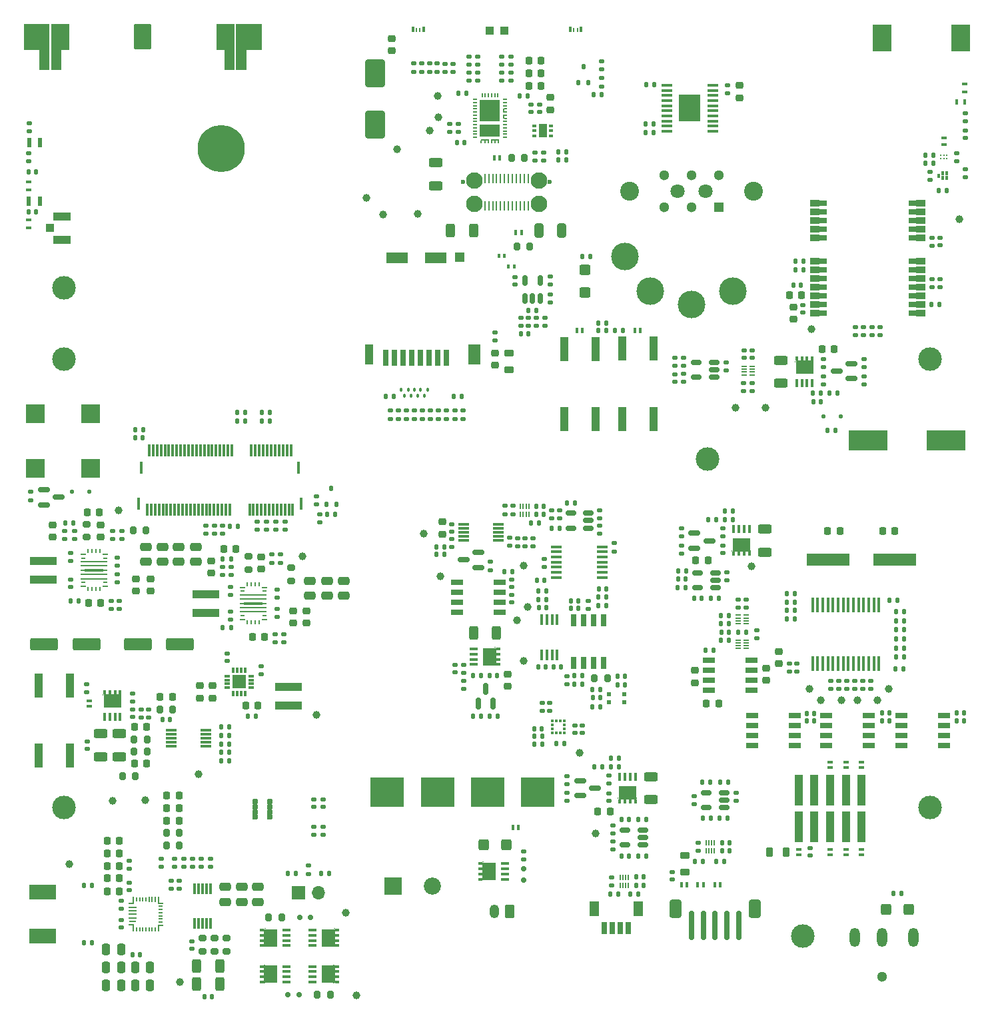
<source format=gbr>
%TF.GenerationSoftware,KiCad,Pcbnew,9.0.0*%
%TF.CreationDate,2025-03-07T13:19:33+01:00*%
%TF.ProjectId,Flatburn_V4,466c6174-6275-4726-9e5f-56342e6b6963,1*%
%TF.SameCoordinates,Original*%
%TF.FileFunction,Soldermask,Top*%
%TF.FilePolarity,Negative*%
%FSLAX46Y46*%
G04 Gerber Fmt 4.6, Leading zero omitted, Abs format (unit mm)*
G04 Created by KiCad (PCBNEW 9.0.0) date 2025-03-07 13:19:33*
%MOMM*%
%LPD*%
G01*
G04 APERTURE LIST*
G04 Aperture macros list*
%AMRoundRect*
0 Rectangle with rounded corners*
0 $1 Rounding radius*
0 $2 $3 $4 $5 $6 $7 $8 $9 X,Y pos of 4 corners*
0 Add a 4 corners polygon primitive as box body*
4,1,4,$2,$3,$4,$5,$6,$7,$8,$9,$2,$3,0*
0 Add four circle primitives for the rounded corners*
1,1,$1+$1,$2,$3*
1,1,$1+$1,$4,$5*
1,1,$1+$1,$6,$7*
1,1,$1+$1,$8,$9*
0 Add four rect primitives between the rounded corners*
20,1,$1+$1,$2,$3,$4,$5,0*
20,1,$1+$1,$4,$5,$6,$7,0*
20,1,$1+$1,$6,$7,$8,$9,0*
20,1,$1+$1,$8,$9,$2,$3,0*%
%AMFreePoly0*
4,1,9,0.616500,0.298453,1.511850,0.298453,1.511850,-0.298447,0.616500,-0.298447,0.616500,-0.400047,-0.590000,-0.400047,-0.590000,0.400053,0.616500,0.400053,0.616500,0.298453,0.616500,0.298453,$1*%
%AMFreePoly1*
4,1,9,0.603250,0.298450,1.498600,0.298450,1.498600,-0.298450,0.603250,-0.298450,0.603250,-0.400050,-0.603250,-0.400050,-0.603250,0.400050,0.603250,0.400050,0.603250,0.298450,0.603250,0.298450,$1*%
%AMFreePoly2*
4,1,9,0.603250,0.298449,1.498600,0.298449,1.498600,-0.298451,0.603250,-0.298451,0.603250,-0.400001,-0.603250,-0.400001,-0.603250,0.400049,0.603250,0.400049,0.603250,0.298449,0.603250,0.298449,$1*%
%AMFreePoly3*
4,1,9,0.603250,-0.400050,-0.603250,-0.400050,-0.603250,-0.298450,-1.498600,-0.298450,-1.498600,0.298450,-0.603250,0.298450,-0.603250,0.400050,0.603250,0.400050,0.603250,-0.400050,0.603250,-0.400050,$1*%
%AMFreePoly4*
4,1,9,0.603250,-0.400001,-0.603250,-0.400001,-0.603250,-0.298450,-1.498600,-0.298450,-1.498600,0.298450,-0.603250,0.298450,-0.603250,0.400050,0.603250,0.400050,0.603250,-0.400001,0.603250,-0.400001,$1*%
G04 Aperture macros list end*
%ADD10C,0.000000*%
%ADD11C,0.010000*%
%ADD12RoundRect,0.150000X0.200000X-0.150000X0.200000X0.150000X-0.200000X0.150000X-0.200000X-0.150000X0*%
%ADD13RoundRect,0.140000X-0.170000X0.140000X-0.170000X-0.140000X0.170000X-0.140000X0.170000X0.140000X0*%
%ADD14RoundRect,0.225000X0.250000X-0.225000X0.250000X0.225000X-0.250000X0.225000X-0.250000X-0.225000X0*%
%ADD15C,1.000000*%
%ADD16RoundRect,0.135000X-0.135000X-0.185000X0.135000X-0.185000X0.135000X0.185000X-0.135000X0.185000X0*%
%ADD17RoundRect,0.150000X-0.587500X-0.150000X0.587500X-0.150000X0.587500X0.150000X-0.587500X0.150000X0*%
%ADD18RoundRect,0.218750X-0.381250X0.218750X-0.381250X-0.218750X0.381250X-0.218750X0.381250X0.218750X0*%
%ADD19RoundRect,0.225000X-0.225000X-0.250000X0.225000X-0.250000X0.225000X0.250000X-0.225000X0.250000X0*%
%ADD20RoundRect,0.200000X0.275000X-0.200000X0.275000X0.200000X-0.275000X0.200000X-0.275000X-0.200000X0*%
%ADD21RoundRect,0.135000X-0.185000X0.135000X-0.185000X-0.135000X0.185000X-0.135000X0.185000X0.135000X0*%
%ADD22RoundRect,0.250000X0.400000X0.450000X-0.400000X0.450000X-0.400000X-0.450000X0.400000X-0.450000X0*%
%ADD23RoundRect,0.140000X-0.140000X-0.170000X0.140000X-0.170000X0.140000X0.170000X-0.140000X0.170000X0*%
%ADD24RoundRect,0.250000X0.625000X-0.312500X0.625000X0.312500X-0.625000X0.312500X-0.625000X-0.312500X0*%
%ADD25RoundRect,0.140000X0.140000X0.170000X-0.140000X0.170000X-0.140000X-0.170000X0.140000X-0.170000X0*%
%ADD26RoundRect,0.135000X0.185000X-0.135000X0.185000X0.135000X-0.185000X0.135000X-0.185000X-0.135000X0*%
%ADD27C,3.000000*%
%ADD28RoundRect,0.250000X0.250000X0.475000X-0.250000X0.475000X-0.250000X-0.475000X0.250000X-0.475000X0*%
%ADD29RoundRect,0.225000X-0.250000X0.225000X-0.250000X-0.225000X0.250000X-0.225000X0.250000X0.225000X0*%
%ADD30RoundRect,0.140000X0.170000X-0.140000X0.170000X0.140000X-0.170000X0.140000X-0.170000X-0.140000X0*%
%ADD31RoundRect,0.250000X-0.625000X0.312500X-0.625000X-0.312500X0.625000X-0.312500X0.625000X0.312500X0*%
%ADD32R,0.400000X0.700000*%
%ADD33RoundRect,0.150000X0.587500X0.150000X-0.587500X0.150000X-0.587500X-0.150000X0.587500X-0.150000X0*%
%ADD34R,4.900000X2.500000*%
%ADD35R,0.199999X0.750000*%
%ADD36R,0.699998X0.199999*%
%ADD37R,0.200000X0.599999*%
%ADD38R,0.199996X0.700000*%
%ADD39R,0.700000X0.200000*%
%ADD40R,0.599999X0.200000*%
%ADD41R,0.699999X0.200000*%
%ADD42R,0.199999X0.699998*%
%ADD43R,0.200000X0.700001*%
%ADD44R,0.200000X0.650001*%
%ADD45R,0.200000X0.680001*%
%ADD46R,0.699998X0.200000*%
%ADD47R,0.199998X0.749998*%
%ADD48R,1.000000X0.200000*%
%ADD49R,0.950001X0.200000*%
%ADD50R,0.300000X0.700000*%
%ADD51R,0.250000X0.500000*%
%ADD52RoundRect,0.200000X-0.200000X-0.275000X0.200000X-0.275000X0.200000X0.275000X-0.200000X0.275000X0*%
%ADD53RoundRect,0.250000X0.475000X-0.250000X0.475000X0.250000X-0.475000X0.250000X-0.475000X-0.250000X0*%
%ADD54C,3.500000*%
%ADD55R,1.475000X0.450000*%
%ADD56R,0.405000X0.990000*%
%ADD57R,0.077000X0.250000*%
%ADD58R,0.405000X0.510000*%
%ADD59R,2.235000X1.725000*%
%ADD60R,5.500000X1.500000*%
%ADD61RoundRect,0.250000X-0.475000X0.250000X-0.475000X-0.250000X0.475000X-0.250000X0.475000X0.250000X0*%
%ADD62RoundRect,0.135000X0.135000X0.185000X-0.135000X0.185000X-0.135000X-0.185000X0.135000X-0.185000X0*%
%ADD63R,0.750000X0.190000*%
%ADD64RoundRect,0.112500X-0.112500X-0.237500X0.112500X-0.237500X0.112500X0.237500X-0.112500X0.237500X0*%
%ADD65R,0.450000X1.425000*%
%ADD66RoundRect,0.218750X0.256250X-0.218750X0.256250X0.218750X-0.256250X0.218750X-0.256250X-0.218750X0*%
%ADD67RoundRect,0.225000X0.225000X0.250000X-0.225000X0.250000X-0.225000X-0.250000X0.225000X-0.250000X0*%
%ADD68RoundRect,0.102000X-1.100000X-1.600000X1.100000X-1.600000X1.100000X1.600000X-1.100000X1.600000X0*%
%ADD69RoundRect,0.150000X0.150000X-0.587500X0.150000X0.587500X-0.150000X0.587500X-0.150000X-0.587500X0*%
%ADD70RoundRect,0.250000X-1.500000X-0.550000X1.500000X-0.550000X1.500000X0.550000X-1.500000X0.550000X0*%
%ADD71RoundRect,0.250000X-0.450000X0.400000X-0.450000X-0.400000X0.450000X-0.400000X0.450000X0.400000X0*%
%ADD72C,0.600000*%
%ADD73R,0.270000X1.300000*%
%ADD74C,2.100000*%
%ADD75R,1.050000X1.050000*%
%ADD76R,2.200000X1.050000*%
%ADD77R,1.500000X0.650000*%
%ADD78R,0.540000X0.560000*%
%ADD79R,0.990000X0.405000*%
%ADD80R,0.250000X0.077000*%
%ADD81R,0.510000X0.405000*%
%ADD82R,1.725000X2.235000*%
%ADD83R,1.400000X0.300000*%
%ADD84R,0.700000X0.400000*%
%ADD85R,4.240000X3.810000*%
%ADD86R,3.400000X0.980000*%
%ADD87RoundRect,0.081750X-0.265250X-0.245250X0.265250X-0.245250X0.265250X0.245250X-0.265250X0.245250X0*%
%ADD88R,0.190000X0.750000*%
%ADD89RoundRect,0.250001X-0.499999X-0.899999X0.499999X-0.899999X0.499999X0.899999X-0.499999X0.899999X0*%
%ADD90RoundRect,0.175000X-0.175000X-1.675000X0.175000X-1.675000X0.175000X1.675000X-0.175000X1.675000X0*%
%ADD91RoundRect,0.150000X0.512500X0.150000X-0.512500X0.150000X-0.512500X-0.150000X0.512500X-0.150000X0*%
%ADD92R,0.700000X2.000000*%
%ADD93R,2.700000X1.400000*%
%ADD94R,1.000000X2.600000*%
%ADD95R,1.200000X1.200000*%
%ADD96R,1.500000X2.600000*%
%ADD97R,1.700000X1.700000*%
%ADD98O,1.700000X1.700000*%
%ADD99R,0.650000X1.500000*%
%ADD100R,0.200000X0.550000*%
%ADD101R,0.550000X0.200000*%
%ADD102R,0.200000X0.350000*%
%ADD103R,0.350000X0.200000*%
%ADD104R,2.650000X2.720000*%
%ADD105R,2.650000X1.530000*%
%ADD106R,1.100000X0.200000*%
%ADD107R,0.200000X0.600000*%
%ADD108RoundRect,0.102000X-1.000000X-1.500000X1.000000X-1.500000X1.000000X1.500000X-1.000000X1.500000X0*%
%ADD109R,0.600000X0.350000*%
%ADD110R,1.100000X1.700000*%
%ADD111C,1.300000*%
%ADD112O,1.312000X2.420000*%
%ADD113R,1.020000X3.900000*%
%ADD114R,2.175000X2.175000*%
%ADD115C,2.175000*%
%ADD116RoundRect,0.125000X-0.125000X-0.125000X0.125000X-0.125000X0.125000X0.125000X-0.125000X0.125000X0*%
%ADD117R,3.400000X1.850000*%
%ADD118RoundRect,0.250000X-0.325000X-0.650000X0.325000X-0.650000X0.325000X0.650000X-0.325000X0.650000X0*%
%ADD119RoundRect,0.150000X0.150000X0.200000X-0.150000X0.200000X-0.150000X-0.200000X0.150000X-0.200000X0*%
%ADD120RoundRect,0.250000X0.312500X0.625000X-0.312500X0.625000X-0.312500X-0.625000X0.312500X-0.625000X0*%
%ADD121R,2.489200X2.489200*%
%ADD122R,0.410000X0.660000*%
%ADD123R,0.250000X0.600000*%
%ADD124R,0.650000X0.250000*%
%ADD125R,0.600000X0.250000*%
%ADD126R,3.400000X0.250000*%
%ADD127R,0.525000X0.250000*%
%ADD128R,2.350000X0.330000*%
%ADD129RoundRect,0.250000X0.350000X0.625000X-0.350000X0.625000X-0.350000X-0.625000X0.350000X-0.625000X0*%
%ADD130O,1.200000X1.750000*%
%ADD131RoundRect,0.050000X0.135000X-0.172500X0.135000X0.172500X-0.135000X0.172500X-0.135000X-0.172500X0*%
%ADD132RoundRect,0.075000X-0.075000X0.175000X-0.075000X-0.175000X0.075000X-0.175000X0.075000X0.175000X0*%
%ADD133RoundRect,0.200000X0.200000X0.275000X-0.200000X0.275000X-0.200000X-0.275000X0.200000X-0.275000X0*%
%ADD134RoundRect,0.218750X0.218750X0.381250X-0.218750X0.381250X-0.218750X-0.381250X0.218750X-0.381250X0*%
%ADD135R,1.000000X3.100000*%
%ADD136R,0.660000X0.410000*%
%ADD137RoundRect,0.250000X1.500000X0.550000X-1.500000X0.550000X-1.500000X-0.550000X1.500000X-0.550000X0*%
%ADD138C,2.400000*%
%ADD139C,1.800000*%
%ADD140R,1.300000X1.300000*%
%ADD141RoundRect,0.250000X1.000000X-1.500000X1.000000X1.500000X-1.000000X1.500000X-1.000000X-1.500000X0*%
%ADD142R,2.750000X3.430000*%
%ADD143RoundRect,0.150000X-0.150000X-0.200000X0.150000X-0.200000X0.150000X0.200000X-0.150000X0.200000X0*%
%ADD144R,1.000000X1.000000*%
%ADD145R,0.450000X1.850000*%
%ADD146C,6.000000*%
%ADD147R,0.250000X0.250000*%
%ADD148R,0.300000X1.550000*%
%ADD149FreePoly0,180.000000*%
%ADD150FreePoly1,180.000000*%
%ADD151FreePoly2,180.000000*%
%ADD152FreePoly3,180.000000*%
%ADD153FreePoly4,180.000000*%
%ADD154R,0.800000X0.300000*%
%ADD155R,0.300000X0.800000*%
%ADD156R,0.300000X0.550000*%
%ADD157R,1.295400X1.905000*%
%ADD158R,0.660400X1.549400*%
%ADD159R,0.570000X1.150000*%
%ADD160R,0.376600X0.304800*%
%ADD161R,0.304800X0.376600*%
%ADD162R,0.300000X1.400000*%
%ADD163RoundRect,0.150000X0.150000X-0.512500X0.150000X0.512500X-0.150000X0.512500X-0.150000X-0.512500X0*%
%ADD164RoundRect,0.250000X-0.312500X-0.625000X0.312500X-0.625000X0.312500X0.625000X-0.312500X0.625000X0*%
%ADD165R,0.650000X0.350000*%
G04 APERTURE END LIST*
D10*
%TO.C,U2*%
G36*
X79770000Y-197218207D02*
G01*
X79769999Y-198118208D01*
X79720001Y-198118208D01*
X79070001Y-198118208D01*
X79069999Y-198068208D01*
X79069999Y-197968208D01*
X79070001Y-197918208D01*
X79570001Y-197918208D01*
X79570001Y-197218210D01*
X79570000Y-197168210D01*
X79770000Y-197168208D01*
X79770000Y-197218207D01*
G37*
G36*
X79770003Y-200668208D02*
G01*
X79770000Y-201568208D01*
X79720001Y-201568206D01*
X79620001Y-201568206D01*
X79570001Y-201568208D01*
X79570001Y-200818208D01*
X79070001Y-200818208D01*
X79069999Y-200768208D01*
X79069999Y-200668208D01*
X79070001Y-200618208D01*
X79769999Y-200618208D01*
X79770003Y-200668208D01*
G37*
G36*
X83470001Y-200718208D02*
G01*
X83470001Y-200818208D01*
X83470000Y-200868208D01*
X82969999Y-200868208D01*
X82969999Y-201568208D01*
X82919999Y-201568206D01*
X82819999Y-201568206D01*
X82770000Y-201568208D01*
X82770000Y-200718208D01*
X82770000Y-200668208D01*
X83470000Y-200668208D01*
X83470001Y-200718208D01*
G37*
G36*
X82969999Y-197168210D02*
G01*
X82969999Y-197218210D01*
X82969999Y-197868208D01*
X83470001Y-197868208D01*
X83469998Y-197918208D01*
X83470001Y-198018208D01*
X83470001Y-198068208D01*
X82819999Y-198068208D01*
X82770000Y-198068208D01*
X82770000Y-197218207D01*
X82770000Y-197168208D01*
X82969999Y-197168210D01*
G37*
D11*
%TO.C,ANT1*%
X68945000Y-91972500D02*
X67745000Y-91972500D01*
X67745000Y-89472500D01*
X65745000Y-89472500D01*
X65745000Y-86272500D01*
X68945000Y-86272500D01*
X68945000Y-91972500D01*
G36*
X68945000Y-91972500D02*
G01*
X67745000Y-91972500D01*
X67745000Y-89472500D01*
X65745000Y-89472500D01*
X65745000Y-86272500D01*
X68945000Y-86272500D01*
X68945000Y-91972500D01*
G37*
X71445000Y-89472500D02*
X70445000Y-89472500D01*
X70445000Y-91972500D01*
X69245000Y-91972500D01*
X69245000Y-86272500D01*
X71445000Y-86272500D01*
X71445000Y-89472500D01*
G36*
X71445000Y-89472500D02*
G01*
X70445000Y-89472500D01*
X70445000Y-91972500D01*
X69245000Y-91972500D01*
X69245000Y-86272500D01*
X71445000Y-86272500D01*
X71445000Y-89472500D01*
G37*
X92445000Y-91972500D02*
X91245000Y-91972500D01*
X91245000Y-89472500D01*
X90245000Y-89472500D01*
X90245000Y-86272500D01*
X92445000Y-86272500D01*
X92445000Y-91972500D01*
G36*
X92445000Y-91972500D02*
G01*
X91245000Y-91972500D01*
X91245000Y-89472500D01*
X90245000Y-89472500D01*
X90245000Y-86272500D01*
X92445000Y-86272500D01*
X92445000Y-91972500D01*
G37*
X95945000Y-89472500D02*
X93945000Y-89472500D01*
X93945000Y-91972500D01*
X92745000Y-91972500D01*
X92745000Y-86272500D01*
X95945000Y-86272500D01*
X95945000Y-89472500D01*
G36*
X95945000Y-89472500D02*
G01*
X93945000Y-89472500D01*
X93945000Y-91972500D01*
X92745000Y-91972500D01*
X92745000Y-86272500D01*
X95945000Y-86272500D01*
X95945000Y-89472500D01*
G37*
%TD*%
D12*
%TO.C,DZ1*%
X129250000Y-193620000D03*
X129250000Y-195020000D03*
%TD*%
D13*
%TO.C,C35*%
X73785000Y-177380000D03*
X73785000Y-178340000D03*
%TD*%
D14*
%TO.C,C53*%
X99990000Y-162345000D03*
X99990000Y-160795000D03*
%TD*%
D15*
%TO.C,TP25*%
X129300000Y-155080000D03*
%TD*%
D16*
%TO.C,R160*%
X167920000Y-137861527D03*
X168940000Y-137861527D03*
%TD*%
D15*
%TO.C,TP15*%
X165872500Y-125021527D03*
%TD*%
D17*
%TO.C,Q14*%
X136452500Y-182420000D03*
X136452500Y-184320000D03*
X138327500Y-183370000D03*
%TD*%
%TO.C,Q15*%
X150995000Y-150947000D03*
X150995000Y-152847000D03*
X152870000Y-151897000D03*
%TD*%
D18*
%TO.C,L2*%
X149750000Y-191907500D03*
X149750000Y-194032500D03*
%TD*%
D13*
%TO.C,C66*%
X77640000Y-156200000D03*
X77640000Y-157160000D03*
%TD*%
D19*
%TO.C,C70*%
X73795000Y-148280000D03*
X75345000Y-148280000D03*
%TD*%
D20*
%TO.C,R44*%
X91530000Y-204085000D03*
X91530000Y-202435000D03*
%TD*%
D21*
%TO.C,R19*%
X130700000Y-102540000D03*
X130700000Y-103560000D03*
%TD*%
D22*
%TO.C,TVS2*%
X178200000Y-198750000D03*
X175300000Y-198750000D03*
%TD*%
D23*
%TO.C,C87*%
X140410000Y-179570000D03*
X141370000Y-179570000D03*
%TD*%
D21*
%TO.C,R121*%
X118310000Y-91270000D03*
X118310000Y-92290000D03*
%TD*%
D17*
%TO.C,Q16*%
X68342500Y-145440000D03*
X68342500Y-147340000D03*
X70217500Y-146390000D03*
%TD*%
D21*
%TO.C,R15*%
X122300000Y-92410000D03*
X122300000Y-93430000D03*
%TD*%
D24*
%TO.C,R80*%
X161972500Y-131884027D03*
X161972500Y-128959027D03*
%TD*%
D13*
%TO.C,C49*%
X92030000Y-160930000D03*
X92030000Y-161890000D03*
%TD*%
D25*
%TO.C,C96*%
X129880000Y-125600000D03*
X128920000Y-125600000D03*
%TD*%
D21*
%TO.C,R210*%
X156305837Y-183905909D03*
X156305837Y-184925909D03*
%TD*%
%TO.C,R102*%
X149370000Y-152487000D03*
X149370000Y-153507000D03*
%TD*%
D16*
%TO.C,R157*%
X163820000Y-117470000D03*
X164840000Y-117470000D03*
%TD*%
D19*
%TO.C,C11*%
X129925000Y-92520000D03*
X131475000Y-92520000D03*
%TD*%
D26*
%TO.C,R29*%
X79140000Y-193630000D03*
X79140000Y-192610000D03*
%TD*%
D15*
%TO.C,TP8*%
X106700000Y-199220000D03*
%TD*%
D26*
%TO.C,R136*%
X102942500Y-147290000D03*
X102942500Y-146270000D03*
%TD*%
D27*
%TO.C,MH4*%
X70900000Y-128820000D03*
%TD*%
D21*
%TO.C,R117*%
X96559603Y-149489603D03*
X96559603Y-150509603D03*
%TD*%
D25*
%TO.C,C19*%
X80535000Y-204520000D03*
X79575000Y-204520000D03*
%TD*%
D28*
%TO.C,C24*%
X78110000Y-203795709D03*
X76210000Y-203795709D03*
%TD*%
D14*
%TO.C,C64*%
X81860000Y-158295000D03*
X81860000Y-156745000D03*
%TD*%
D26*
%TO.C,R168*%
X181170000Y-119670000D03*
X181170000Y-118650000D03*
%TD*%
D25*
%TO.C,C129*%
X133830000Y-150300000D03*
X132870000Y-150300000D03*
%TD*%
D29*
%TO.C,C89*%
X127230000Y-168832500D03*
X127230000Y-170382500D03*
%TD*%
D25*
%TO.C,C117*%
X164510000Y-119400000D03*
X163550000Y-119400000D03*
%TD*%
D30*
%TO.C,C51*%
X92030000Y-158760000D03*
X92030000Y-157800000D03*
%TD*%
D21*
%TO.C,R122*%
X116286000Y-91270000D03*
X116286000Y-92290000D03*
%TD*%
D16*
%TO.C,R32*%
X103525000Y-194180000D03*
X104545000Y-194180000D03*
%TD*%
D23*
%TO.C,C136*%
X141215000Y-170205000D03*
X142175000Y-170205000D03*
%TD*%
D16*
%TO.C,R99*%
X124920000Y-174232500D03*
X125940000Y-174232500D03*
%TD*%
D31*
%TO.C,R82*%
X159970000Y-150409500D03*
X159970000Y-153334500D03*
%TD*%
D15*
%TO.C,TP4*%
X108000000Y-209720000D03*
%TD*%
D29*
%TO.C,C76*%
X89760802Y-170350588D03*
X89760802Y-171900588D03*
%TD*%
D16*
%TO.C,R62*%
X91050000Y-162920000D03*
X92070000Y-162920000D03*
%TD*%
D32*
%TO.C,TVS22*%
X143400000Y-125190000D03*
X144100000Y-125190000D03*
%TD*%
D33*
%TO.C,Q13*%
X170910000Y-131284027D03*
X170910000Y-129384027D03*
X169035000Y-130334027D03*
%TD*%
D34*
%TO.C,C115*%
X173030200Y-139150000D03*
X182929800Y-139150000D03*
%TD*%
D25*
%TO.C,C15*%
X74380000Y-203020000D03*
X73420000Y-203020000D03*
%TD*%
D26*
%TO.C,R132*%
X114400000Y-136400000D03*
X114400000Y-135380000D03*
%TD*%
D13*
%TO.C,C55*%
X97960000Y-160600000D03*
X97960000Y-161560000D03*
%TD*%
D21*
%TO.C,R173*%
X103830000Y-188250000D03*
X103830000Y-189270000D03*
%TD*%
D35*
%TO.C,U2*%
X79670001Y-201193208D03*
D36*
X79420000Y-200718207D03*
D37*
X80070000Y-201268207D03*
X80469999Y-201268207D03*
X80870001Y-201268207D03*
X81270000Y-201268207D03*
X81669999Y-201268207D03*
X82070001Y-201268207D03*
X82470000Y-201268207D03*
D38*
X82870000Y-201218208D03*
D39*
X83120000Y-200768208D03*
D40*
X83169999Y-200368209D03*
X83169999Y-199968207D03*
X83169999Y-199568208D03*
X83169999Y-199168208D03*
X83169999Y-198768209D03*
X83169999Y-198368207D03*
D41*
X83120000Y-197968208D03*
D42*
X82869999Y-197518209D03*
D43*
X82470000Y-197518209D03*
D44*
X82069998Y-197493208D03*
D45*
X81669999Y-197508209D03*
D37*
X81270000Y-197468209D03*
X80870001Y-197468209D03*
X80469999Y-197468209D03*
X80070000Y-197468209D03*
D46*
X79420000Y-198018208D03*
D47*
X79670000Y-197543209D03*
D48*
X79570001Y-198468207D03*
X79570001Y-198918209D03*
X79570001Y-199368208D03*
X79570001Y-199818207D03*
D49*
X79545000Y-200268209D03*
%TD*%
D26*
%TO.C,R66*%
X77006667Y-151700000D03*
X77006667Y-150680000D03*
%TD*%
D13*
%TO.C,C98*%
X95380000Y-149499603D03*
X95380000Y-150459603D03*
%TD*%
D14*
%TO.C,C57*%
X89560000Y-155985000D03*
X89560000Y-154435000D03*
%TD*%
D26*
%TO.C,R96*%
X172572500Y-132031527D03*
X172572500Y-131011527D03*
%TD*%
%TO.C,R196*%
X130470000Y-152610000D03*
X130470000Y-151590000D03*
%TD*%
D50*
%TO.C,LD3*%
X135180000Y-86910000D03*
D51*
X135655000Y-87010000D03*
X136105000Y-87010000D03*
D50*
X136580000Y-86910000D03*
%TD*%
D21*
%TO.C,R76*%
X76830000Y-159530000D03*
X76830000Y-160550000D03*
%TD*%
D52*
%TO.C,R35*%
X83875000Y-190620000D03*
X85525000Y-190620000D03*
%TD*%
D16*
%TO.C,R63*%
X71720000Y-159580000D03*
X72740000Y-159580000D03*
%TD*%
D30*
%TO.C,C106*%
X66410000Y-103640000D03*
X66410000Y-102680000D03*
%TD*%
D25*
%TO.C,C135*%
X132165000Y-160428000D03*
X131205000Y-160428000D03*
%TD*%
D15*
%TO.C,TP28*%
X118700000Y-156390000D03*
%TD*%
D23*
%TO.C,C81*%
X124950000Y-169032500D03*
X125910000Y-169032500D03*
%TD*%
D53*
%TO.C,C41*%
X95510000Y-197820000D03*
X95510000Y-195920000D03*
%TD*%
D28*
%TO.C,C26*%
X78110000Y-208425709D03*
X76210000Y-208425709D03*
%TD*%
D16*
%TO.C,R193*%
X138790000Y-159080286D03*
X139810000Y-159080286D03*
%TD*%
D54*
%TO.C,SW1*%
X150626207Y-121909997D03*
X145399612Y-120215807D03*
X142167028Y-115773063D03*
X155850431Y-120208511D03*
%TD*%
D16*
%TO.C,R153*%
X182031000Y-107431600D03*
X183051000Y-107431600D03*
%TD*%
%TO.C,R245*%
X154360251Y-162405644D03*
X155380251Y-162405644D03*
%TD*%
D55*
%TO.C,U14*%
X139298000Y-156560000D03*
X139298000Y-155910000D03*
X139298000Y-155260000D03*
X139298000Y-154610000D03*
X139298000Y-153960000D03*
X139298000Y-153310000D03*
X139298000Y-152660000D03*
X133422000Y-152660000D03*
X133422000Y-153310000D03*
X133422000Y-153960000D03*
X133422000Y-154610000D03*
X133422000Y-155260000D03*
X133422000Y-155910000D03*
X133422000Y-156560000D03*
%TD*%
D21*
%TO.C,R91*%
X140090000Y-181760000D03*
X140090000Y-182780000D03*
%TD*%
D30*
%TO.C,C52*%
X71700000Y-154450000D03*
X71700000Y-153490000D03*
%TD*%
D21*
%TO.C,R101*%
X134790000Y-183960000D03*
X134790000Y-184980000D03*
%TD*%
D26*
%TO.C,R185*%
X127900000Y-148510000D03*
X127900000Y-147490000D03*
%TD*%
D13*
%TO.C,C4*%
X148140000Y-194020000D03*
X148140000Y-194980000D03*
%TD*%
D30*
%TO.C,C85*%
X120530000Y-168632500D03*
X120530000Y-167672500D03*
%TD*%
D26*
%TO.C,R204*%
X140593853Y-191105772D03*
X140593853Y-190085772D03*
%TD*%
%TO.C,R158*%
X171457672Y-125776720D03*
X171457672Y-124756720D03*
%TD*%
D56*
%TO.C,Q7*%
X76020000Y-174260000D03*
X76680000Y-174260000D03*
X77340000Y-174260000D03*
X78000000Y-174260000D03*
D57*
X78164000Y-171530000D03*
D58*
X78000000Y-171150000D03*
X77340000Y-171150000D03*
X76680000Y-171150000D03*
D57*
X75856000Y-171530000D03*
D58*
X76020000Y-171150000D03*
D59*
X77010000Y-172267000D03*
%TD*%
D60*
%TO.C,Y1*%
X167930000Y-154300000D03*
X176430000Y-154300000D03*
%TD*%
D61*
%TO.C,C63*%
X106420000Y-156980000D03*
X106420000Y-158880000D03*
%TD*%
D16*
%TO.C,R57*%
X90830000Y-179890000D03*
X91850000Y-179890000D03*
%TD*%
D26*
%TO.C,R65*%
X70953333Y-151700000D03*
X70953333Y-150680000D03*
%TD*%
D15*
%TO.C,TP21*%
X160020000Y-134971527D03*
%TD*%
D56*
%TO.C,Q10*%
X143482000Y-181915000D03*
X142822000Y-181915000D03*
X142162000Y-181915000D03*
X141502000Y-181915000D03*
D57*
X141338000Y-184645000D03*
D58*
X141502000Y-185025000D03*
X142162000Y-185025000D03*
X142822000Y-185025000D03*
D57*
X143646000Y-184645000D03*
D58*
X143482000Y-185025000D03*
D59*
X142492000Y-183908000D03*
%TD*%
D21*
%TO.C,R172*%
X131630000Y-172470000D03*
X131630000Y-173490000D03*
%TD*%
D13*
%TO.C,C166*%
X164030000Y-167550000D03*
X164030000Y-168510000D03*
%TD*%
D62*
%TO.C,R187*%
X136770000Y-169070000D03*
X135750000Y-169070000D03*
%TD*%
D20*
%TO.C,R68*%
X94325585Y-155553126D03*
X94325585Y-153903126D03*
%TD*%
D16*
%TO.C,R95*%
X122820000Y-174232500D03*
X123840000Y-174232500D03*
%TD*%
D23*
%TO.C,C151*%
X141733853Y-187335772D03*
X142693853Y-187335772D03*
%TD*%
D25*
%TO.C,C147*%
X152945837Y-182575909D03*
X151985837Y-182575909D03*
%TD*%
D15*
%TO.C,TP2*%
X118380000Y-95350000D03*
%TD*%
D21*
%TO.C,R124*%
X115280000Y-91270000D03*
X115280000Y-92290000D03*
%TD*%
D63*
%TO.C,U11*%
X157300000Y-129766527D03*
X157300000Y-130116527D03*
X157300000Y-130466527D03*
X157300000Y-130816527D03*
X158300000Y-130816527D03*
X158300000Y-130466527D03*
X158300000Y-130116527D03*
X158300000Y-129766527D03*
%TD*%
D13*
%TO.C,C118*%
X164790000Y-121960000D03*
X164790000Y-122920000D03*
%TD*%
D29*
%TO.C,C105*%
X125620000Y-128075000D03*
X125620000Y-129625000D03*
%TD*%
D14*
%TO.C,C69*%
X75493333Y-151415000D03*
X75493333Y-149865000D03*
%TD*%
D30*
%TO.C,C156*%
X158900000Y-164260000D03*
X158900000Y-163300000D03*
%TD*%
D62*
%TO.C,R88*%
X123840000Y-169032500D03*
X122820000Y-169032500D03*
%TD*%
D26*
%TO.C,R175*%
X140810000Y-153250000D03*
X140810000Y-152230000D03*
%TD*%
D21*
%TO.C,R182*%
X132830000Y-148040000D03*
X132830000Y-149060000D03*
%TD*%
%TO.C,R177*%
X138950000Y-149980000D03*
X138950000Y-151000000D03*
%TD*%
D64*
%TO.C,Q17*%
X104182500Y-147280000D03*
X105482500Y-147280000D03*
X104832500Y-145280000D03*
%TD*%
D62*
%TO.C,R107*%
X97040000Y-136660000D03*
X96020000Y-136660000D03*
%TD*%
D33*
%TO.C,Q18*%
X123527500Y-155290000D03*
X123527500Y-153390000D03*
X121652500Y-154340000D03*
%TD*%
D65*
%TO.C,U20*%
X133550000Y-161966000D03*
X132900000Y-161966000D03*
X132250000Y-161966000D03*
X131600000Y-161966000D03*
X131600000Y-166390000D03*
X132250000Y-166390000D03*
X132900000Y-166390000D03*
X133550000Y-166390000D03*
%TD*%
D27*
%TO.C,FID3*%
X164790000Y-202150000D03*
%TD*%
D25*
%TO.C,C141*%
X139780000Y-158045286D03*
X138820000Y-158045286D03*
%TD*%
D23*
%TO.C,C133*%
X133075000Y-167898000D03*
X134035000Y-167898000D03*
%TD*%
D66*
%TO.C,L16*%
X161710000Y-167537500D03*
X161710000Y-165962500D03*
%TD*%
D67*
%TO.C,C116*%
X164605000Y-120700000D03*
X163055000Y-120700000D03*
%TD*%
D15*
%TO.C,TP13*%
X102920000Y-174060000D03*
%TD*%
D62*
%TO.C,R27*%
X139225000Y-95245000D03*
X138205000Y-95245000D03*
%TD*%
D68*
%TO.C,ANT2*%
X184857500Y-87972500D03*
X174857500Y-87972500D03*
%TD*%
D69*
%TO.C,Q12*%
X123480000Y-172570000D03*
X125380000Y-172570000D03*
X124430000Y-170695000D03*
%TD*%
D21*
%TO.C,R9*%
X126500000Y-90410000D03*
X126500000Y-91430000D03*
%TD*%
D56*
%TO.C,Q11*%
X157962000Y-150442000D03*
X157302000Y-150442000D03*
X156642000Y-150442000D03*
X155982000Y-150442000D03*
D57*
X155818000Y-153172000D03*
D58*
X155982000Y-153552000D03*
X156642000Y-153552000D03*
X157302000Y-153552000D03*
D57*
X158126000Y-153172000D03*
D58*
X157962000Y-153552000D03*
D59*
X156972000Y-152435000D03*
%TD*%
D14*
%TO.C,C65*%
X80000000Y-158285000D03*
X80000000Y-156735000D03*
%TD*%
D30*
%TO.C,C82*%
X167372500Y-129801527D03*
X167372500Y-128841527D03*
%TD*%
D70*
%TO.C,C38*%
X80230000Y-165039204D03*
X85630000Y-165039204D03*
%TD*%
D71*
%TO.C,TVS20*%
X137100000Y-117470000D03*
X137100000Y-120370000D03*
%TD*%
D67*
%TO.C,C56*%
X96375000Y-164120000D03*
X94825000Y-164120000D03*
%TD*%
D62*
%TO.C,R188*%
X132195000Y-158308000D03*
X131175000Y-158308000D03*
%TD*%
D26*
%TO.C,R229*%
X170340000Y-170760000D03*
X170340000Y-169740000D03*
%TD*%
%TO.C,R197*%
X127490000Y-152570000D03*
X127490000Y-151550000D03*
%TD*%
D13*
%TO.C,C50*%
X71700000Y-156820000D03*
X71700000Y-157780000D03*
%TD*%
D72*
%TO.C,J3*%
X121600000Y-106310000D03*
X132600000Y-106310000D03*
D73*
X124350000Y-105860000D03*
X124850000Y-105860000D03*
X125350000Y-105860000D03*
X125850000Y-105860000D03*
X126350000Y-105860000D03*
X126850000Y-105860000D03*
X127350000Y-105860000D03*
X127850000Y-105860000D03*
X128350000Y-105860000D03*
X128850000Y-105860000D03*
X129350000Y-105860000D03*
X129850000Y-105860000D03*
X129850000Y-109360000D03*
X129350000Y-109360000D03*
X128850000Y-109360000D03*
X128350000Y-109360000D03*
X127850000Y-109360000D03*
X127350000Y-109360000D03*
X126850000Y-109360000D03*
X126350000Y-109360000D03*
X125850000Y-109360000D03*
X125350000Y-109360000D03*
X124850000Y-109360000D03*
X124350000Y-109360000D03*
D74*
X123000000Y-106140000D03*
X131200000Y-106140000D03*
X131200000Y-109080000D03*
X123000000Y-109080000D03*
%TD*%
D26*
%TO.C,R222*%
X140470000Y-195680000D03*
X140470000Y-194660000D03*
%TD*%
D75*
%TO.C,J11*%
X69065000Y-112170000D03*
D76*
X70590000Y-110695000D03*
X70590000Y-113645000D03*
%TD*%
D77*
%TO.C,U22*%
X120840000Y-157185000D03*
X120840000Y-158455000D03*
X120840000Y-159725000D03*
X120840000Y-160995000D03*
X126240000Y-160995000D03*
X126240000Y-159725000D03*
X126240000Y-158455000D03*
X126240000Y-157185000D03*
%TD*%
D30*
%TO.C,C126*%
X135770000Y-176310000D03*
X135770000Y-175350000D03*
%TD*%
D15*
%TO.C,TP29*%
X116620000Y-151014446D03*
%TD*%
D21*
%TO.C,R1*%
X129250000Y-191360000D03*
X129250000Y-192380000D03*
%TD*%
D78*
%TO.C,U21*%
X140140000Y-171410000D03*
X142070000Y-171410000D03*
X142070000Y-172420000D03*
X140140000Y-172420000D03*
%TD*%
D30*
%TO.C,C6*%
X131325000Y-97400000D03*
X131325000Y-96440000D03*
%TD*%
D26*
%TO.C,R54*%
X86080000Y-193321626D03*
X86080000Y-192301626D03*
%TD*%
D62*
%TO.C,R85*%
X141400000Y-180670000D03*
X140380000Y-180670000D03*
%TD*%
D79*
%TO.C,Q2*%
X102460000Y-206000000D03*
X102460000Y-206660000D03*
X102460000Y-207320000D03*
X102460000Y-207980000D03*
D80*
X105190000Y-208144000D03*
D81*
X105570000Y-207980000D03*
X105570000Y-207320000D03*
X105570000Y-206660000D03*
D80*
X105190000Y-205836000D03*
D81*
X105570000Y-206000000D03*
D82*
X104453000Y-206990000D03*
%TD*%
D15*
%TO.C,TP5*%
X77020000Y-184940000D03*
%TD*%
D26*
%TO.C,R161*%
X181158203Y-114400000D03*
X181158203Y-113380000D03*
%TD*%
D83*
%TO.C,U23*%
X126020000Y-151810000D03*
X126020000Y-151310000D03*
X126020000Y-150810000D03*
X126020000Y-150310000D03*
X126020000Y-149810000D03*
X121620000Y-149810000D03*
X121620000Y-150310000D03*
X121620000Y-150810000D03*
X121620000Y-151310000D03*
X121620000Y-151810000D03*
%TD*%
D23*
%TO.C,C34*%
X88730000Y-209850000D03*
X89690000Y-209850000D03*
%TD*%
D84*
%TO.C,TVS11*%
X168222500Y-191105000D03*
X168222500Y-191805000D03*
%TD*%
D29*
%TO.C,C119*%
X163540000Y-122225000D03*
X163540000Y-123775000D03*
%TD*%
D85*
%TO.C,F2*%
X111965000Y-183820000D03*
X118335000Y-183820000D03*
%TD*%
D86*
%TO.C,L6*%
X99360802Y-172870588D03*
X99360802Y-170500588D03*
%TD*%
D23*
%TO.C,C9*%
X133720000Y-103520000D03*
X134680000Y-103520000D03*
%TD*%
D19*
%TO.C,C90*%
X167197500Y-127521527D03*
X168747500Y-127521527D03*
%TD*%
D25*
%TO.C,C101*%
X80880000Y-138810000D03*
X79920000Y-138810000D03*
%TD*%
D21*
%TO.C,R21*%
X85500000Y-195090000D03*
X85500000Y-196110000D03*
%TD*%
D87*
%TO.C,U15*%
X97060300Y-185055330D03*
X97060300Y-185705330D03*
X97060300Y-186355330D03*
X97060300Y-187005330D03*
X95120300Y-187005330D03*
X95120300Y-186355330D03*
X95120300Y-185705330D03*
X95120300Y-185055330D03*
%TD*%
D88*
%TO.C,U29*%
X142565000Y-194670000D03*
X142215000Y-194670000D03*
X141865000Y-194670000D03*
X141515000Y-194670000D03*
X141515000Y-195670000D03*
X141865000Y-195670000D03*
X142215000Y-195670000D03*
X142565000Y-195670000D03*
%TD*%
D26*
%TO.C,R154*%
X184281000Y-103641600D03*
X184281000Y-102621600D03*
%TD*%
D16*
%TO.C,R242*%
X162710000Y-159693333D03*
X163730000Y-159693333D03*
%TD*%
D89*
%TO.C,J6*%
X148550000Y-198688301D03*
X158650000Y-198688301D03*
D90*
X150600000Y-200788301D03*
X152100000Y-200788301D03*
X153600000Y-200788301D03*
X155100000Y-200788301D03*
X156600000Y-200788301D03*
%TD*%
D21*
%TO.C,R13*%
X127700000Y-92425000D03*
X127700000Y-93445000D03*
%TD*%
%TO.C,R30*%
X101935000Y-193210000D03*
X101935000Y-194230000D03*
%TD*%
D26*
%TO.C,R14*%
X127700000Y-91430000D03*
X127700000Y-90410000D03*
%TD*%
D62*
%TO.C,R179*%
X131620000Y-177760000D03*
X130600000Y-177760000D03*
%TD*%
D91*
%TO.C,U25*%
X153627500Y-157900000D03*
X153627500Y-156950000D03*
X153627500Y-156000000D03*
X151352500Y-156000000D03*
X151352500Y-157900000D03*
%TD*%
D16*
%TO.C,R240*%
X162710000Y-160766667D03*
X163730000Y-160766667D03*
%TD*%
D62*
%TO.C,R213*%
X149904235Y-155714071D03*
X148884235Y-155714071D03*
%TD*%
%TO.C,R33*%
X100345000Y-194180000D03*
X99325000Y-194180000D03*
%TD*%
D21*
%TO.C,R127*%
X119284000Y-91280000D03*
X119284000Y-92300000D03*
%TD*%
D61*
%TO.C,C72*%
X87650000Y-152660000D03*
X87650000Y-154560000D03*
%TD*%
D67*
%TO.C,C21*%
X85475000Y-187460000D03*
X83925000Y-187460000D03*
%TD*%
D30*
%TO.C,C121*%
X185391000Y-105671600D03*
X185391000Y-104711600D03*
%TD*%
D26*
%TO.C,R31*%
X73735000Y-171145000D03*
X73735000Y-170125000D03*
%TD*%
D25*
%TO.C,C149*%
X149874235Y-156754071D03*
X148914235Y-156754071D03*
%TD*%
D62*
%TO.C,R170*%
X134450000Y-177660000D03*
X133430000Y-177660000D03*
%TD*%
D77*
%TO.C,U34*%
X167760000Y-174145000D03*
X167760000Y-175415000D03*
X167760000Y-176685000D03*
X167760000Y-177955000D03*
X173160000Y-177955000D03*
X173160000Y-176685000D03*
X173160000Y-175415000D03*
X173160000Y-174145000D03*
%TD*%
D61*
%TO.C,C61*%
X102130000Y-156980000D03*
X102130000Y-158880000D03*
%TD*%
D21*
%TO.C,R212*%
X155080000Y-155890000D03*
X155080000Y-156910000D03*
%TD*%
D26*
%TO.C,R72*%
X72206667Y-151700000D03*
X72206667Y-150680000D03*
%TD*%
D15*
%TO.C,TP32*%
X169650000Y-172200000D03*
%TD*%
D92*
%TO.C,J10*%
X119467095Y-128692911D03*
X118367095Y-128692911D03*
X117267095Y-128692911D03*
X116167095Y-128692911D03*
X115067095Y-128692911D03*
X113967095Y-128692911D03*
X112867095Y-128692911D03*
X111767095Y-128692911D03*
D93*
X118067095Y-115992911D03*
D94*
X109667095Y-128192911D03*
D93*
X113167095Y-115992911D03*
D95*
X121117095Y-115892911D03*
D96*
X123017095Y-128192911D03*
%TD*%
D16*
%TO.C,R73*%
X71050000Y-149620000D03*
X72070000Y-149620000D03*
%TD*%
D21*
%TO.C,R119*%
X88930000Y-149990000D03*
X88930000Y-151010000D03*
%TD*%
D16*
%TO.C,R241*%
X162710000Y-158620000D03*
X163730000Y-158620000D03*
%TD*%
D21*
%TO.C,R43*%
X89470000Y-192301626D03*
X89470000Y-193321626D03*
%TD*%
D30*
%TO.C,C94*%
X132650000Y-121600000D03*
X132650000Y-120640000D03*
%TD*%
D26*
%TO.C,R223*%
X151472973Y-191301168D03*
X151472973Y-190281168D03*
%TD*%
D79*
%TO.C,Q3*%
X99110000Y-207984000D03*
X99110000Y-207324000D03*
X99110000Y-206664000D03*
X99110000Y-206004000D03*
D80*
X96380000Y-205840000D03*
D81*
X96000000Y-206004000D03*
X96000000Y-206664000D03*
X96000000Y-207324000D03*
D80*
X96380000Y-208148000D03*
D81*
X96000000Y-207984000D03*
D82*
X97117000Y-206994000D03*
%TD*%
D16*
%TO.C,R235*%
X176590000Y-163230000D03*
X177610000Y-163230000D03*
%TD*%
D97*
%TO.C,J8*%
X100660000Y-196620000D03*
D98*
X103200000Y-196620000D03*
%TD*%
D21*
%TO.C,R116*%
X97809603Y-149489603D03*
X97809603Y-150509603D03*
%TD*%
D62*
%TO.C,R113*%
X139810000Y-125200000D03*
X138790000Y-125200000D03*
%TD*%
D26*
%TO.C,R203*%
X125040000Y-155620000D03*
X125040000Y-154600000D03*
%TD*%
D99*
%TO.C,U19*%
X135640000Y-167450000D03*
X136910000Y-167450000D03*
X138180000Y-167450000D03*
X139450000Y-167450000D03*
X139450000Y-162050000D03*
X138180000Y-162050000D03*
X136910000Y-162050000D03*
X135640000Y-162050000D03*
%TD*%
D21*
%TO.C,R104*%
X131970000Y-123600000D03*
X131970000Y-124620000D03*
%TD*%
D15*
%TO.C,TP12*%
X77820972Y-148014148D03*
%TD*%
D56*
%TO.C,Q9*%
X163980500Y-131851527D03*
X164640500Y-131851527D03*
X165300500Y-131851527D03*
X165960500Y-131851527D03*
D57*
X166124500Y-129121527D03*
D58*
X165960500Y-128741527D03*
X165300500Y-128741527D03*
X164640500Y-128741527D03*
D57*
X163816500Y-129121527D03*
D58*
X163980500Y-128741527D03*
D59*
X164970500Y-129858527D03*
%TD*%
D23*
%TO.C,C160*%
X154522973Y-191291168D03*
X155482973Y-191291168D03*
%TD*%
D21*
%TO.C,R125*%
X117304000Y-91270000D03*
X117304000Y-92290000D03*
%TD*%
D26*
%TO.C,R176*%
X131900000Y-155260000D03*
X131900000Y-154240000D03*
%TD*%
D13*
%TO.C,C102*%
X155190000Y-94040000D03*
X155190000Y-95000000D03*
%TD*%
D84*
%TO.C,TVS14*%
X170222500Y-180760000D03*
X170222500Y-180060000D03*
%TD*%
D16*
%TO.C,R105*%
X129900000Y-122600000D03*
X130920000Y-122600000D03*
%TD*%
D21*
%TO.C,R181*%
X138950000Y-148070000D03*
X138950000Y-149090000D03*
%TD*%
D23*
%TO.C,C139*%
X135290000Y-160510000D03*
X136250000Y-160510000D03*
%TD*%
D100*
%TO.C,U1*%
X126000000Y-95300000D03*
X125600000Y-95300000D03*
X125200000Y-95300000D03*
X124800000Y-95300000D03*
X124400000Y-95300000D03*
X124000000Y-95300000D03*
D101*
X123075000Y-95825000D03*
X123075000Y-96225000D03*
X123075000Y-96625000D03*
X123075000Y-97025000D03*
X123075000Y-97425000D03*
X123075000Y-97825000D03*
X123075000Y-98225000D03*
X123075000Y-98625000D03*
X123075000Y-99025000D03*
X123075000Y-99425000D03*
X123075000Y-99825000D03*
X123075000Y-100225000D03*
X123075000Y-100625000D03*
D102*
X123900000Y-101250000D03*
X124350000Y-101250000D03*
X124800000Y-101250000D03*
X125200000Y-101250000D03*
X125650000Y-101250000D03*
X126100000Y-101250000D03*
D101*
X126925000Y-100625000D03*
X126925000Y-100225000D03*
X126925000Y-99825000D03*
X126925000Y-99425000D03*
X126925000Y-99025000D03*
X126925000Y-98625000D03*
D103*
X127025000Y-98225000D03*
X127025000Y-97825000D03*
X127025000Y-97425000D03*
X127025000Y-97025000D03*
D101*
X126925000Y-96625000D03*
X126925000Y-96225000D03*
X126925000Y-95825000D03*
D104*
X125000000Y-97260000D03*
D105*
X125000000Y-99785000D03*
D106*
X124350000Y-100974000D03*
X125650000Y-100975000D03*
D107*
X126750000Y-98025000D03*
X126750000Y-97225000D03*
%TD*%
D16*
%TO.C,R156*%
X163820000Y-116383855D03*
X164840000Y-116383855D03*
%TD*%
D30*
%TO.C,C48*%
X81640000Y-174340000D03*
X81640000Y-173380000D03*
%TD*%
D79*
%TO.C,Q1*%
X126880000Y-194906000D03*
X126880000Y-194246000D03*
X126880000Y-193586000D03*
X126880000Y-192926000D03*
D80*
X124150000Y-192762000D03*
D81*
X123770000Y-192926000D03*
X123770000Y-193586000D03*
X123770000Y-194246000D03*
D80*
X124150000Y-195070000D03*
D81*
X123770000Y-194906000D03*
D82*
X124887000Y-193916000D03*
%TD*%
D86*
%TO.C,L5*%
X68250000Y-156825000D03*
X68250000Y-154455000D03*
%TD*%
D16*
%TO.C,R56*%
X90830000Y-176665000D03*
X91850000Y-176665000D03*
%TD*%
D21*
%TO.C,R74*%
X97680000Y-163810000D03*
X97680000Y-164830000D03*
%TD*%
D32*
%TO.C,TVS5*%
X128300000Y-112750000D03*
X129000000Y-112750000D03*
%TD*%
D23*
%TO.C,C172*%
X174790000Y-174800000D03*
X175750000Y-174800000D03*
%TD*%
D21*
%TO.C,R24*%
X139175000Y-93135000D03*
X139175000Y-94155000D03*
%TD*%
D61*
%TO.C,C73*%
X85450000Y-152660000D03*
X85450000Y-154560000D03*
%TD*%
D62*
%TO.C,R164*%
X181351000Y-103951600D03*
X180331000Y-103951600D03*
%TD*%
D30*
%TO.C,C124*%
X102620000Y-185720000D03*
X102620000Y-184760000D03*
%TD*%
D26*
%TO.C,R100*%
X172572500Y-129831527D03*
X172572500Y-128811527D03*
%TD*%
D21*
%TO.C,R87*%
X121630000Y-169722500D03*
X121630000Y-170742500D03*
%TD*%
D32*
%TO.C,TVS17*%
X152105000Y-195600000D03*
X151405000Y-195600000D03*
%TD*%
D26*
%TO.C,R10*%
X123400000Y-93430000D03*
X123400000Y-92410000D03*
%TD*%
D21*
%TO.C,R138*%
X117460000Y-135380000D03*
X117460000Y-136400000D03*
%TD*%
D108*
%TO.C,ANT1*%
X80845000Y-87872500D03*
%TD*%
D26*
%TO.C,R226*%
X168280000Y-170760000D03*
X168280000Y-169740000D03*
%TD*%
D19*
%TO.C,C45*%
X83075000Y-171770000D03*
X84625000Y-171770000D03*
%TD*%
D26*
%TO.C,R93*%
X154570000Y-151307000D03*
X154570000Y-150287000D03*
%TD*%
D109*
%TO.C,TVS3*%
X132750000Y-100470000D03*
X132750000Y-99820000D03*
X132750000Y-99170000D03*
X130650000Y-99170000D03*
X130650000Y-99820000D03*
X130650000Y-100470000D03*
D110*
X131700000Y-99820000D03*
%TD*%
D67*
%TO.C,C29*%
X77895000Y-194818208D03*
X76345000Y-194818208D03*
%TD*%
D14*
%TO.C,C68*%
X69440000Y-151415000D03*
X69440000Y-149865000D03*
%TD*%
D32*
%TO.C,TVS21*%
X136060000Y-125190000D03*
X136760000Y-125190000D03*
%TD*%
D23*
%TO.C,C132*%
X138045000Y-171875000D03*
X139005000Y-171875000D03*
%TD*%
D27*
%TO.C,MH3*%
X70900000Y-185820000D03*
%TD*%
D53*
%TO.C,C42*%
X93440000Y-197820000D03*
X93440000Y-195920000D03*
%TD*%
D111*
%TO.C,J2*%
X174830000Y-207300000D03*
D112*
X178830000Y-202300000D03*
X174830000Y-202300000D03*
X171330000Y-202300000D03*
%TD*%
D16*
%TO.C,R17*%
X128740000Y-95395000D03*
X129760000Y-95395000D03*
%TD*%
D20*
%TO.C,R51*%
X88440000Y-204085000D03*
X88440000Y-202435000D03*
%TD*%
D26*
%TO.C,R40*%
X80650000Y-174360000D03*
X80650000Y-173340000D03*
%TD*%
D15*
%TO.C,TP31*%
X167080000Y-172200000D03*
%TD*%
D25*
%TO.C,C86*%
X167052500Y-134221527D03*
X166092500Y-134221527D03*
%TD*%
D21*
%TO.C,R97*%
X134790000Y-181860000D03*
X134790000Y-182880000D03*
%TD*%
D113*
%TO.C,J5*%
X164230000Y-188260000D03*
X164230000Y-183560000D03*
X166230000Y-188260000D03*
X166230000Y-183560000D03*
X168230000Y-188260000D03*
X168230000Y-183560000D03*
X170230000Y-188260000D03*
X170230000Y-183560000D03*
X172230000Y-188260000D03*
X172230000Y-183560000D03*
%TD*%
D26*
%TO.C,R159*%
X174590000Y-125776720D03*
X174590000Y-124756720D03*
%TD*%
D15*
%TO.C,TP30*%
X165620000Y-170710000D03*
%TD*%
D114*
%TO.C,J4*%
X112645000Y-195820000D03*
D115*
X117645000Y-195820000D03*
%TD*%
D61*
%TO.C,C62*%
X104275000Y-156980000D03*
X104275000Y-158880000D03*
%TD*%
D15*
%TO.C,TP26*%
X129750000Y-160300000D03*
%TD*%
D116*
%TO.C,D1*%
X71900000Y-145650000D03*
X74100000Y-145650000D03*
%TD*%
D30*
%TO.C,C142*%
X127780000Y-159715000D03*
X127780000Y-158755000D03*
%TD*%
D13*
%TO.C,C33*%
X78110000Y-197695709D03*
X78110000Y-198655709D03*
%TD*%
D15*
%TO.C,TP6*%
X85550000Y-208020000D03*
%TD*%
D21*
%TO.C,R60*%
X98370000Y-153668126D03*
X98370000Y-154688126D03*
%TD*%
D23*
%TO.C,C148*%
X152095837Y-187115909D03*
X153055837Y-187115909D03*
%TD*%
D16*
%TO.C,R149*%
X92090000Y-91270000D03*
X93110000Y-91270000D03*
%TD*%
D30*
%TO.C,C154*%
X157550251Y-160385644D03*
X157550251Y-159425644D03*
%TD*%
%TO.C,C111*%
X148480000Y-131691527D03*
X148480000Y-130731527D03*
%TD*%
D15*
%TO.C,TP20*%
X115820000Y-110400000D03*
%TD*%
D117*
%TO.C,L3*%
X68190000Y-202140709D03*
X68190000Y-196590709D03*
%TD*%
D29*
%TO.C,C146*%
X118920000Y-149505000D03*
X118920000Y-151055000D03*
%TD*%
D118*
%TO.C,C2*%
X131195000Y-112480000D03*
X134145000Y-112480000D03*
%TD*%
D67*
%TO.C,C67*%
X75525000Y-159840000D03*
X73975000Y-159840000D03*
%TD*%
D62*
%TO.C,R207*%
X155155837Y-187125909D03*
X154135837Y-187125909D03*
%TD*%
D19*
%TO.C,C23*%
X83925000Y-185880000D03*
X85475000Y-185880000D03*
%TD*%
D119*
%TO.C,DZ3*%
X100790000Y-199760000D03*
X102190000Y-199760000D03*
%TD*%
D15*
%TO.C,TP35*%
X175650000Y-170710000D03*
%TD*%
D84*
%TO.C,TVS13*%
X168202500Y-180760000D03*
X168202500Y-180060000D03*
%TD*%
D25*
%TO.C,C44*%
X84330000Y-174630000D03*
X83370000Y-174630000D03*
%TD*%
D15*
%TO.C,TP34*%
X174210000Y-172200000D03*
%TD*%
D21*
%TO.C,R118*%
X89965000Y-149990000D03*
X89965000Y-151010000D03*
%TD*%
D16*
%TO.C,R219*%
X151050000Y-192690000D03*
X152070000Y-192690000D03*
%TD*%
D23*
%TO.C,C158*%
X143590000Y-195710000D03*
X144550000Y-195710000D03*
%TD*%
D32*
%TO.C,TVS1*%
X127900000Y-188370000D03*
X128600000Y-188370000D03*
%TD*%
D23*
%TO.C,C95*%
X138800000Y-124210000D03*
X139760000Y-124210000D03*
%TD*%
D26*
%TO.C,R230*%
X171370000Y-170760000D03*
X171370000Y-169740000D03*
%TD*%
D64*
%TO.C,Q6*%
X136225000Y-93645000D03*
X137525000Y-93645000D03*
X136875000Y-91645000D03*
%TD*%
D23*
%TO.C,C171*%
X174797014Y-173810000D03*
X175757014Y-173810000D03*
%TD*%
D16*
%TO.C,R208*%
X153044235Y-159234071D03*
X154064235Y-159234071D03*
%TD*%
D23*
%TO.C,C131*%
X130870000Y-148510000D03*
X131830000Y-148510000D03*
%TD*%
D16*
%TO.C,R90*%
X168162500Y-133121527D03*
X169182500Y-133121527D03*
%TD*%
D67*
%TO.C,C91*%
X140265000Y-186270000D03*
X138715000Y-186270000D03*
%TD*%
D120*
%TO.C,R38*%
X90672500Y-205920000D03*
X87747500Y-205920000D03*
%TD*%
D16*
%TO.C,R110*%
X92850000Y-135610000D03*
X93870000Y-135610000D03*
%TD*%
D121*
%TO.C,BUZ1*%
X67238799Y-135729999D03*
X67238799Y-142730001D03*
X74238801Y-142730001D03*
X74238801Y-135729999D03*
%TD*%
D84*
%TO.C,TVS19*%
X74040000Y-172265000D03*
X74040000Y-172965000D03*
%TD*%
D52*
%TO.C,R4*%
X128425000Y-114500000D03*
X130075000Y-114500000D03*
%TD*%
D25*
%TO.C,C1*%
X177250000Y-196750000D03*
X176290000Y-196750000D03*
%TD*%
D30*
%TO.C,C20*%
X79160000Y-196300000D03*
X79160000Y-195340000D03*
%TD*%
D122*
%TO.C,L15*%
X185365000Y-96180000D03*
X184355000Y-96180000D03*
%TD*%
D123*
%TO.C,U6*%
X73948000Y-158040000D03*
X74448000Y-158040000D03*
X74948000Y-158040000D03*
X75448000Y-158040000D03*
D124*
X76073000Y-157680000D03*
D125*
X76098000Y-157180000D03*
D126*
X74698000Y-156720000D03*
X74698000Y-156180000D03*
D127*
X73260000Y-155640000D03*
D128*
X74698000Y-155640000D03*
D127*
X76136000Y-155640000D03*
D126*
X74698000Y-155100000D03*
X74698000Y-154560000D03*
D125*
X76098000Y-154100000D03*
D124*
X76073000Y-153600000D03*
D123*
X75448000Y-153240000D03*
X74948000Y-153240000D03*
X74448000Y-153240000D03*
X73948000Y-153240000D03*
D124*
X73323000Y-153600000D03*
D125*
X73298000Y-154100000D03*
X73298000Y-157180000D03*
D124*
X73323000Y-157680000D03*
%TD*%
D16*
%TO.C,R224*%
X176554483Y-168207219D03*
X177574483Y-168207219D03*
%TD*%
D129*
%TO.C,J1*%
X127530000Y-199000000D03*
D130*
X125530000Y-199000000D03*
%TD*%
D16*
%TO.C,R141*%
X144780000Y-98970000D03*
X145800000Y-98970000D03*
%TD*%
D15*
%TO.C,TP14*%
X129260000Y-167210000D03*
%TD*%
D13*
%TO.C,C3*%
X165712500Y-190955000D03*
X165712500Y-191915000D03*
%TD*%
D28*
%TO.C,C25*%
X78110000Y-206110709D03*
X76210000Y-206110709D03*
%TD*%
D62*
%TO.C,R186*%
X139810000Y-160115286D03*
X138790000Y-160115286D03*
%TD*%
D27*
%TO.C,MH1*%
X180900000Y-128820000D03*
%TD*%
%TO.C,MH2*%
X180900000Y-185820000D03*
%TD*%
D16*
%TO.C,R53*%
X136690000Y-115790000D03*
X137710000Y-115790000D03*
%TD*%
D13*
%TO.C,C97*%
X98980000Y-149499603D03*
X98980000Y-150459603D03*
%TD*%
D25*
%TO.C,C14*%
X121780000Y-101320000D03*
X120820000Y-101320000D03*
%TD*%
D16*
%TO.C,R194*%
X131175000Y-159368000D03*
X132195000Y-159368000D03*
%TD*%
D19*
%TO.C,C12*%
X129925000Y-90920000D03*
X131475000Y-90920000D03*
%TD*%
D52*
%TO.C,R2*%
X127750000Y-103250000D03*
X129400000Y-103250000D03*
%TD*%
D62*
%TO.C,R123*%
X80910000Y-137810000D03*
X79890000Y-137810000D03*
%TD*%
D123*
%TO.C,U5*%
X94182115Y-162264208D03*
X94682115Y-162264208D03*
X95182115Y-162264208D03*
X95682115Y-162264208D03*
D124*
X96307115Y-161904208D03*
D125*
X96332115Y-161404208D03*
D126*
X94932115Y-160944208D03*
X94932115Y-160404208D03*
D127*
X93494115Y-159864208D03*
D128*
X94932115Y-159864208D03*
D127*
X96370115Y-159864208D03*
D126*
X94932115Y-159324208D03*
X94932115Y-158784208D03*
D125*
X96332115Y-158324208D03*
D124*
X96307115Y-157824208D03*
D123*
X95682115Y-157464208D03*
X95182115Y-157464208D03*
X94682115Y-157464208D03*
X94182115Y-157464208D03*
D124*
X93557115Y-157824208D03*
D125*
X93532115Y-158324208D03*
X93532115Y-161404208D03*
D124*
X93557115Y-161904208D03*
%TD*%
D16*
%TO.C,R84*%
X166062500Y-133121527D03*
X167082500Y-133121527D03*
%TD*%
D131*
%TO.C,U13*%
X182060900Y-105509100D03*
X182561000Y-105796600D03*
X183061500Y-105796600D03*
X183061500Y-105221600D03*
X182561000Y-105221600D03*
%TD*%
D21*
%TO.C,R115*%
X132660000Y-118330000D03*
X132660000Y-119350000D03*
%TD*%
D15*
%TO.C,TP24*%
X136400000Y-178820000D03*
%TD*%
D21*
%TO.C,R11*%
X123400000Y-90410000D03*
X123400000Y-91430000D03*
%TD*%
D16*
%TO.C,R211*%
X154225837Y-182575909D03*
X155245837Y-182575909D03*
%TD*%
D26*
%TO.C,R167*%
X173567672Y-125776720D03*
X173567672Y-124756720D03*
%TD*%
D24*
%TO.C,R5*%
X118100000Y-106782500D03*
X118100000Y-103857500D03*
%TD*%
D30*
%TO.C,C153*%
X156550251Y-160385644D03*
X156550251Y-159425644D03*
%TD*%
D132*
%TO.C,TVS23*%
X117097095Y-132702911D03*
X116197095Y-132702911D03*
X115397095Y-132702911D03*
X114597095Y-132702911D03*
X113697095Y-132702911D03*
X114097095Y-133502911D03*
X114997095Y-133502911D03*
X115797095Y-133502911D03*
X116697095Y-133502911D03*
%TD*%
D133*
%TO.C,R49*%
X84675000Y-173330000D03*
X83025000Y-173330000D03*
%TD*%
D15*
%TO.C,TP33*%
X171730000Y-172200000D03*
%TD*%
D62*
%TO.C,R134*%
X112780000Y-133530000D03*
X111760000Y-133530000D03*
%TD*%
D84*
%TO.C,TVS9*%
X172222500Y-191105000D03*
X172222500Y-191805000D03*
%TD*%
D91*
%TO.C,U26*%
X144410000Y-190580000D03*
X144410000Y-189630000D03*
X144410000Y-188680000D03*
X142135000Y-188680000D03*
X142135000Y-190580000D03*
%TD*%
D134*
%TO.C,L1*%
X162635000Y-191470000D03*
X160510000Y-191470000D03*
%TD*%
D30*
%TO.C,C36*%
X79570000Y-172320000D03*
X79570000Y-171360000D03*
%TD*%
D21*
%TO.C,R120*%
X120290000Y-91280000D03*
X120290000Y-92300000D03*
%TD*%
D15*
%TO.C,TP16*%
X138430000Y-189110000D03*
%TD*%
D67*
%TO.C,C28*%
X77895000Y-196440709D03*
X76345000Y-196440709D03*
%TD*%
D15*
%TO.C,TP9*%
X81210000Y-184840000D03*
%TD*%
D30*
%TO.C,C71*%
X77640000Y-155050000D03*
X77640000Y-154090000D03*
%TD*%
D15*
%TO.C,TP18*%
X111420000Y-110430000D03*
%TD*%
D16*
%TO.C,R202*%
X118190000Y-153650000D03*
X119210000Y-153650000D03*
%TD*%
D23*
%TO.C,C159*%
X154522973Y-190291168D03*
X155482973Y-190291168D03*
%TD*%
D52*
%TO.C,R52*%
X79775000Y-177130000D03*
X81425000Y-177130000D03*
%TD*%
D26*
%TO.C,R190*%
X137450000Y-160540000D03*
X137450000Y-159520000D03*
%TD*%
D30*
%TO.C,C78*%
X91640000Y-167170000D03*
X91640000Y-166210000D03*
%TD*%
D135*
%TO.C,PB1*%
X71600000Y-170270000D03*
X71600000Y-179170000D03*
X67600000Y-170270000D03*
X67600000Y-179170000D03*
%TD*%
D26*
%TO.C,R28*%
X83200000Y-193321626D03*
X83200000Y-192301626D03*
%TD*%
D23*
%TO.C,C152*%
X141733853Y-191965772D03*
X142693853Y-191965772D03*
%TD*%
D16*
%TO.C,R244*%
X154370000Y-164570000D03*
X155390000Y-164570000D03*
%TD*%
D67*
%TO.C,C30*%
X77895000Y-191618208D03*
X76345000Y-191618208D03*
%TD*%
D19*
%TO.C,C22*%
X83925000Y-184300000D03*
X85475000Y-184300000D03*
%TD*%
D136*
%TO.C,L14*%
X185370000Y-93855000D03*
X185370000Y-94865000D03*
%TD*%
D137*
%TO.C,C37*%
X73740000Y-165049204D03*
X68340000Y-165049204D03*
%TD*%
D67*
%TO.C,C92*%
X152695000Y-154412000D03*
X151145000Y-154412000D03*
%TD*%
D62*
%TO.C,R209*%
X144843853Y-191965772D03*
X143823853Y-191965772D03*
%TD*%
D15*
%TO.C,TP37*%
X118430000Y-98070000D03*
%TD*%
D62*
%TO.C,R129*%
X121380000Y-133540000D03*
X120360000Y-133540000D03*
%TD*%
D67*
%TO.C,C170*%
X176445000Y-150630000D03*
X174895000Y-150630000D03*
%TD*%
D30*
%TO.C,C112*%
X157310000Y-128691527D03*
X157310000Y-127731527D03*
%TD*%
D62*
%TO.C,R221*%
X153400000Y-165780000D03*
X152380000Y-165780000D03*
%TD*%
D85*
%TO.C,F1*%
X131085000Y-183820000D03*
X124715000Y-183820000D03*
%TD*%
D15*
%TO.C,TP10*%
X71560000Y-193030000D03*
%TD*%
D21*
%TO.C,R7*%
X120997508Y-98910000D03*
X120997508Y-99930000D03*
%TD*%
D67*
%TO.C,C31*%
X77895000Y-190018208D03*
X76345000Y-190018208D03*
%TD*%
D15*
%TO.C,TP23*%
X184640000Y-111060000D03*
%TD*%
D135*
%TO.C,PB2*%
X134430000Y-136422500D03*
X134430000Y-127522500D03*
X138430000Y-136422500D03*
X138430000Y-127522500D03*
%TD*%
D26*
%TO.C,R64*%
X91042115Y-156270000D03*
X91042115Y-155250000D03*
%TD*%
%TO.C,R130*%
X120520000Y-136400000D03*
X120520000Y-135380000D03*
%TD*%
D21*
%TO.C,R61*%
X78260000Y-150680000D03*
X78260000Y-151700000D03*
%TD*%
%TO.C,R18*%
X131800000Y-102540000D03*
X131800000Y-103560000D03*
%TD*%
D62*
%TO.C,R174*%
X135790000Y-147120000D03*
X134770000Y-147120000D03*
%TD*%
D120*
%TO.C,R3*%
X122925000Y-112440000D03*
X120000000Y-112440000D03*
%TD*%
D138*
%TO.C,SW2*%
X158460000Y-107490000D03*
D139*
X152360000Y-107490000D03*
X148860000Y-107490000D03*
D138*
X142760000Y-107490000D03*
D140*
X154110000Y-109490000D03*
D111*
X150610000Y-109490000D03*
X147110000Y-109490000D03*
X154110000Y-105490000D03*
X150610000Y-105490000D03*
X147110000Y-105490000D03*
%TD*%
D26*
%TO.C,R16*%
X122300000Y-91430000D03*
X122300000Y-90410000D03*
%TD*%
D63*
%TO.C,U27*%
X156550251Y-161375644D03*
X156550251Y-161725644D03*
X156550251Y-162075644D03*
X156550251Y-162425644D03*
X157550251Y-162425644D03*
X157550251Y-162075644D03*
X157550251Y-161725644D03*
X157550251Y-161375644D03*
%TD*%
D120*
%TO.C,R36*%
X90672500Y-208220000D03*
X87747500Y-208220000D03*
%TD*%
D26*
%TO.C,R180*%
X102620000Y-189270000D03*
X102620000Y-188250000D03*
%TD*%
D141*
%TO.C,C13*%
X110410000Y-99040000D03*
X110410000Y-92540000D03*
%TD*%
D55*
%TO.C,U9*%
X147452000Y-94020000D03*
X147452000Y-94670000D03*
X147452000Y-95320000D03*
X147452000Y-95970000D03*
X147452000Y-96620000D03*
X147452000Y-97270000D03*
X147452000Y-97920000D03*
X147452000Y-98570000D03*
X147452000Y-99220000D03*
X147452000Y-99870000D03*
X153328000Y-99870000D03*
X153328000Y-99220000D03*
X153328000Y-98570000D03*
X153328000Y-97920000D03*
X153328000Y-97270000D03*
X153328000Y-96620000D03*
X153328000Y-95970000D03*
X153328000Y-95320000D03*
X153328000Y-94670000D03*
X153328000Y-94020000D03*
D142*
X150390000Y-96945000D03*
%TD*%
D23*
%TO.C,C108*%
X66380000Y-110070000D03*
X67340000Y-110070000D03*
%TD*%
D62*
%TO.C,R92*%
X139300000Y-180670000D03*
X138280000Y-180670000D03*
%TD*%
D25*
%TO.C,C155*%
X155380000Y-163550644D03*
X154420000Y-163550644D03*
%TD*%
D14*
%TO.C,C7*%
X132625000Y-97125000D03*
X132625000Y-95575000D03*
%TD*%
D23*
%TO.C,C174*%
X184310000Y-173810000D03*
X185270000Y-173810000D03*
%TD*%
D21*
%TO.C,R169*%
X180941000Y-104991600D03*
X180941000Y-106011600D03*
%TD*%
D52*
%TO.C,R20*%
X103070000Y-209594000D03*
X104720000Y-209594000D03*
%TD*%
D21*
%TO.C,R103*%
X128900000Y-123590000D03*
X128900000Y-124610000D03*
%TD*%
D30*
%TO.C,C39*%
X79570000Y-174330000D03*
X79570000Y-173370000D03*
%TD*%
D24*
%TO.C,R39*%
X75515000Y-179332500D03*
X75515000Y-176407500D03*
%TD*%
D21*
%TO.C,R201*%
X128480000Y-151570000D03*
X128480000Y-152590000D03*
%TD*%
D77*
%TO.C,U35*%
X177300000Y-174145000D03*
X177300000Y-175415000D03*
X177300000Y-176685000D03*
X177300000Y-177955000D03*
X182700000Y-177955000D03*
X182700000Y-176685000D03*
X182700000Y-175415000D03*
X182700000Y-174145000D03*
%TD*%
D84*
%TO.C,TVS12*%
X164222500Y-191105000D03*
X164222500Y-191805000D03*
%TD*%
D13*
%TO.C,C83*%
X140090000Y-183990000D03*
X140090000Y-184950000D03*
%TD*%
D20*
%TO.C,R45*%
X89990000Y-204085000D03*
X89990000Y-202435000D03*
%TD*%
D67*
%TO.C,C164*%
X154065000Y-172555000D03*
X152515000Y-172555000D03*
%TD*%
D15*
%TO.C,TP17*%
X158260000Y-155132000D03*
%TD*%
D21*
%TO.C,R150*%
X155060000Y-129211527D03*
X155060000Y-130231527D03*
%TD*%
D27*
%TO.C,FID1*%
X70840000Y-119770000D03*
%TD*%
D16*
%TO.C,R195*%
X138035000Y-172985000D03*
X139055000Y-172985000D03*
%TD*%
D62*
%TO.C,R111*%
X92959500Y-150060000D03*
X91939500Y-150060000D03*
%TD*%
D21*
%TO.C,R184*%
X126900000Y-147490000D03*
X126900000Y-148510000D03*
%TD*%
D30*
%TO.C,C127*%
X136740000Y-176310000D03*
X136740000Y-175350000D03*
%TD*%
D21*
%TO.C,R139*%
X115420000Y-135380000D03*
X115420000Y-136400000D03*
%TD*%
D143*
%TO.C,DZ2*%
X100740000Y-209594000D03*
X99340000Y-209594000D03*
%TD*%
D13*
%TO.C,C145*%
X120150000Y-149800000D03*
X120150000Y-150760000D03*
%TD*%
D28*
%TO.C,C18*%
X81795000Y-208425709D03*
X79895000Y-208425709D03*
%TD*%
D30*
%TO.C,C113*%
X158310000Y-128691527D03*
X158310000Y-127731527D03*
%TD*%
D91*
%TO.C,U10*%
X153497500Y-131144027D03*
X153497500Y-130194027D03*
X153497500Y-129244027D03*
X151222500Y-129244027D03*
X151222500Y-131144027D03*
%TD*%
D23*
%TO.C,C10*%
X133720000Y-102495000D03*
X134680000Y-102495000D03*
%TD*%
D28*
%TO.C,C17*%
X81795000Y-206110709D03*
X79895000Y-206110709D03*
%TD*%
D135*
%TO.C,PB3*%
X141780000Y-136400000D03*
X141780000Y-127500000D03*
X145780000Y-136400000D03*
X145780000Y-127500000D03*
%TD*%
D19*
%TO.C,C169*%
X167925000Y-150630000D03*
X169475000Y-150630000D03*
%TD*%
D13*
%TO.C,C93*%
X128180000Y-118370000D03*
X128180000Y-119330000D03*
%TD*%
D31*
%TO.C,R81*%
X145490000Y-181882500D03*
X145490000Y-184807500D03*
%TD*%
D30*
%TO.C,C125*%
X103830000Y-185720000D03*
X103830000Y-184760000D03*
%TD*%
D133*
%TO.C,R59*%
X81295000Y-150570000D03*
X79645000Y-150570000D03*
%TD*%
D52*
%TO.C,R34*%
X83875000Y-189040000D03*
X85525000Y-189040000D03*
%TD*%
D16*
%TO.C,R239*%
X162710000Y-161840000D03*
X163730000Y-161840000D03*
%TD*%
D144*
%TO.C,LD1*%
X124950000Y-87120000D03*
X126850000Y-87120000D03*
%TD*%
D30*
%TO.C,C60*%
X97960000Y-159110000D03*
X97960000Y-158150000D03*
%TD*%
%TO.C,C27*%
X78110000Y-201055709D03*
X78110000Y-200095709D03*
%TD*%
D32*
%TO.C,TVS16*%
X150060000Y-195610000D03*
X149360000Y-195610000D03*
%TD*%
D21*
%TO.C,R83*%
X121630000Y-167662500D03*
X121630000Y-168682500D03*
%TD*%
D26*
%TO.C,R23*%
X139175000Y-91955000D03*
X139175000Y-90935000D03*
%TD*%
%TO.C,R146*%
X66420000Y-99870000D03*
X66420000Y-98850000D03*
%TD*%
D21*
%TO.C,R137*%
X121540000Y-135380000D03*
X121540000Y-136400000D03*
%TD*%
D91*
%TO.C,U17*%
X137527500Y-150295000D03*
X137527500Y-149345000D03*
X137527500Y-148395000D03*
X135252500Y-148395000D03*
X135252500Y-150295000D03*
%TD*%
D18*
%TO.C,L7*%
X127380000Y-128057500D03*
X127380000Y-130182500D03*
%TD*%
D26*
%TO.C,R8*%
X126500000Y-93445000D03*
X126500000Y-92425000D03*
%TD*%
D30*
%TO.C,C114*%
X185390000Y-100700000D03*
X185390000Y-99740000D03*
%TD*%
D23*
%TO.C,C150*%
X150914235Y-159244071D03*
X151874235Y-159244071D03*
%TD*%
D16*
%TO.C,R6*%
X120990000Y-95020000D03*
X122010000Y-95020000D03*
%TD*%
D62*
%TO.C,R225*%
X105350000Y-148580000D03*
X104330000Y-148580000D03*
%TD*%
D16*
%TO.C,R214*%
X143823853Y-187335772D03*
X144843853Y-187335772D03*
%TD*%
D23*
%TO.C,C138*%
X135290000Y-159530000D03*
X136250000Y-159530000D03*
%TD*%
D62*
%TO.C,R47*%
X91850000Y-177740000D03*
X90830000Y-177740000D03*
%TD*%
D14*
%TO.C,C54*%
X101710000Y-162345000D03*
X101710000Y-160795000D03*
%TD*%
D26*
%TO.C,R128*%
X103330000Y-149550000D03*
X103330000Y-148530000D03*
%TD*%
D145*
%TO.C,U33*%
X165990001Y-167530000D03*
X166640002Y-167530000D03*
X167290001Y-167530000D03*
X167940002Y-167530000D03*
X168590000Y-167530000D03*
X169240002Y-167530000D03*
X169890000Y-167530000D03*
X170539999Y-167530000D03*
X171190000Y-167530000D03*
X171839999Y-167530000D03*
X172490000Y-167530000D03*
X173139999Y-167530000D03*
X173790000Y-167530000D03*
X174439999Y-167530000D03*
X174440001Y-160075100D03*
X173790000Y-160075100D03*
X173140001Y-160075100D03*
X172490000Y-160075100D03*
X171840002Y-160075100D03*
X171190000Y-160075100D03*
X170540002Y-160075100D03*
X169890000Y-160075100D03*
X169240002Y-160075100D03*
X168590000Y-160075100D03*
X167940002Y-160075100D03*
X167290001Y-160075100D03*
X166640002Y-160075100D03*
X165990001Y-160075100D03*
%TD*%
D16*
%TO.C,R171*%
X130600000Y-176780000D03*
X131620000Y-176780000D03*
%TD*%
%TO.C,R142*%
X144780000Y-100070000D03*
X145800000Y-100070000D03*
%TD*%
D24*
%TO.C,R37*%
X77905000Y-179332500D03*
X77905000Y-176407500D03*
%TD*%
D23*
%TO.C,C16*%
X73420000Y-195720000D03*
X74380000Y-195720000D03*
%TD*%
D21*
%TO.C,R162*%
X182210000Y-118650000D03*
X182210000Y-119670000D03*
%TD*%
D146*
%TO.C,OBJ1*%
X90810000Y-102030000D03*
%TD*%
D29*
%TO.C,C163*%
X151000000Y-168380000D03*
X151000000Y-169930000D03*
%TD*%
D20*
%TO.C,R58*%
X99690000Y-156995000D03*
X99690000Y-155345000D03*
%TD*%
D21*
%TO.C,R152*%
X158300000Y-131881527D03*
X158300000Y-132901527D03*
%TD*%
D29*
%TO.C,C103*%
X156690000Y-94045000D03*
X156690000Y-95595000D03*
%TD*%
%TO.C,C77*%
X88170802Y-170350588D03*
X88170802Y-171900588D03*
%TD*%
D63*
%TO.C,U28*%
X156560000Y-164550000D03*
X156560000Y-164900000D03*
X156560000Y-165250000D03*
X156560000Y-165600000D03*
X157560000Y-165600000D03*
X157560000Y-165250000D03*
X157560000Y-164900000D03*
X157560000Y-164550000D03*
%TD*%
D147*
%TO.C,U12*%
X182281000Y-103331600D03*
X182681000Y-103331600D03*
X183081000Y-103331600D03*
X183081000Y-102931600D03*
X182681000Y-102931600D03*
X182281000Y-102931600D03*
%TD*%
D61*
%TO.C,C75*%
X81280000Y-152660000D03*
X81280000Y-154560000D03*
%TD*%
D16*
%TO.C,R234*%
X176590000Y-162080000D03*
X177610000Y-162080000D03*
%TD*%
D62*
%TO.C,R183*%
X131260000Y-149630000D03*
X130240000Y-149630000D03*
%TD*%
D21*
%TO.C,R140*%
X119500000Y-135380000D03*
X119500000Y-136400000D03*
%TD*%
D67*
%TO.C,C47*%
X81375000Y-175590000D03*
X79825000Y-175590000D03*
%TD*%
D91*
%TO.C,U24*%
X154753750Y-185838750D03*
X154753750Y-184888750D03*
X154753750Y-183938750D03*
X152478750Y-183938750D03*
X152478750Y-185838750D03*
%TD*%
D26*
%TO.C,R67*%
X97300000Y-154688126D03*
X97300000Y-153668126D03*
%TD*%
%TO.C,R147*%
X157240000Y-132901527D03*
X157240000Y-131881527D03*
%TD*%
D21*
%TO.C,R41*%
X84950000Y-192301626D03*
X84950000Y-193321626D03*
%TD*%
D79*
%TO.C,Q4*%
X102470000Y-201376000D03*
X102470000Y-202036000D03*
X102470000Y-202696000D03*
X102470000Y-203356000D03*
D80*
X105200000Y-203520000D03*
D81*
X105580000Y-203356000D03*
X105580000Y-202696000D03*
X105580000Y-202036000D03*
D80*
X105200000Y-201212000D03*
D81*
X105580000Y-201376000D03*
D82*
X104463000Y-202366000D03*
%TD*%
D26*
%TO.C,R151*%
X149620000Y-129701527D03*
X149620000Y-128681527D03*
%TD*%
D16*
%TO.C,R108*%
X92850000Y-136660000D03*
X93870000Y-136660000D03*
%TD*%
D148*
%TO.C,J9*%
X101040000Y-147155000D03*
X100690000Y-142655000D03*
X80690000Y-142655000D03*
X80340000Y-147155000D03*
X99940000Y-147930000D03*
X99690000Y-140380000D03*
X99440000Y-147930000D03*
X99190000Y-140380000D03*
X98940000Y-147930000D03*
X98690000Y-140380000D03*
X98440000Y-147930000D03*
X98190000Y-140380000D03*
X97940000Y-147930000D03*
X97690000Y-140380000D03*
X97440000Y-147930000D03*
X97190000Y-140380000D03*
X96940000Y-147930000D03*
X96690000Y-140380000D03*
X96440000Y-147930000D03*
X96190000Y-140380000D03*
X95940000Y-147930000D03*
X95690000Y-140380000D03*
X95440000Y-147930000D03*
X95190000Y-140380000D03*
X94940000Y-147930000D03*
X94690000Y-140380000D03*
X94440000Y-147930000D03*
X92190000Y-140380000D03*
X91940000Y-147930000D03*
X91690000Y-140380000D03*
X91440000Y-147930000D03*
X91190000Y-140380000D03*
X90940000Y-147930000D03*
X90690000Y-140380000D03*
X90440000Y-147930000D03*
X90190000Y-140380000D03*
X89940000Y-147930000D03*
X89690000Y-140380000D03*
X89440000Y-147930000D03*
X89190000Y-140380000D03*
X88940000Y-147930000D03*
X88690000Y-140380000D03*
X88440000Y-147930000D03*
X88190000Y-140380000D03*
X87940000Y-147930000D03*
X87690000Y-140380000D03*
X87440000Y-147930000D03*
X87190000Y-140380000D03*
X86940000Y-147930000D03*
X86690000Y-140380000D03*
X86440000Y-147930000D03*
X86190000Y-140380000D03*
X85940000Y-147930000D03*
X85690000Y-140380000D03*
X85440000Y-147930000D03*
X85190000Y-140380000D03*
X84940000Y-147930000D03*
X84690000Y-140380000D03*
X84440000Y-147930000D03*
X84190000Y-140380000D03*
X83940000Y-147930000D03*
X83690000Y-140380000D03*
X83440000Y-147930000D03*
X83190000Y-140380000D03*
X82940000Y-147930000D03*
X82690000Y-140380000D03*
X82440000Y-147930000D03*
X82190000Y-140380000D03*
X81940000Y-147930000D03*
X81690000Y-140380000D03*
X81440000Y-147930000D03*
%TD*%
D21*
%TO.C,R77*%
X77870000Y-159530000D03*
X77870000Y-160550000D03*
%TD*%
D26*
%TO.C,R131*%
X116440000Y-136400000D03*
X116440000Y-135380000D03*
%TD*%
D62*
%TO.C,R86*%
X155880000Y-149197000D03*
X154860000Y-149197000D03*
%TD*%
%TO.C,R218*%
X154800000Y-192690000D03*
X153780000Y-192690000D03*
%TD*%
D26*
%TO.C,R145*%
X149610000Y-131721527D03*
X149610000Y-130701527D03*
%TD*%
D15*
%TO.C,TP11*%
X101189039Y-153901408D03*
%TD*%
D52*
%TO.C,R50*%
X79775000Y-178660000D03*
X81425000Y-178660000D03*
%TD*%
D84*
%TO.C,TVS10*%
X170222500Y-191105000D03*
X170222500Y-191805000D03*
%TD*%
D149*
%TO.C,MOD1*%
X179720703Y-122979998D03*
D150*
X179707453Y-121880000D03*
D150*
X179707453Y-120780000D03*
X179707453Y-119680000D03*
D150*
X179707453Y-118579999D03*
D150*
X179707453Y-117479999D03*
D151*
X179707453Y-116380001D03*
D150*
X179707453Y-113380001D03*
D150*
X179707453Y-112280000D03*
D150*
X179707453Y-111180000D03*
D150*
X179707453Y-110080000D03*
D150*
X179707453Y-108979999D03*
D152*
X166308953Y-108979999D03*
D152*
X166308953Y-110080000D03*
D152*
X166308953Y-111180000D03*
D152*
X166308953Y-112280000D03*
X166308953Y-113380001D03*
D153*
X166308953Y-116380001D03*
D152*
X166308953Y-117479999D03*
D152*
X166308953Y-118579999D03*
D152*
X166308953Y-119680000D03*
D152*
X166308953Y-120780000D03*
D152*
X166308953Y-121880000D03*
X166308953Y-122980001D03*
%TD*%
D15*
%TO.C,TP22*%
X156240000Y-134971527D03*
%TD*%
D88*
%TO.C,U18*%
X129930000Y-147510000D03*
X129580000Y-147510000D03*
X129230000Y-147510000D03*
X128880000Y-147510000D03*
X128880000Y-148510000D03*
X129230000Y-148510000D03*
X129580000Y-148510000D03*
X129930000Y-148510000D03*
%TD*%
D26*
%TO.C,R215*%
X140593853Y-189135772D03*
X140593853Y-188115772D03*
%TD*%
%TO.C,R198*%
X120150000Y-152660000D03*
X120150000Y-151640000D03*
%TD*%
D30*
%TO.C,C104*%
X125620000Y-126410000D03*
X125620000Y-125450000D03*
%TD*%
D19*
%TO.C,C8*%
X129925000Y-94120000D03*
X131475000Y-94120000D03*
%TD*%
D62*
%TO.C,R106*%
X141870000Y-125220000D03*
X140850000Y-125220000D03*
%TD*%
D16*
%TO.C,R233*%
X176590000Y-160930000D03*
X177610000Y-160930000D03*
%TD*%
D154*
%TO.C,U7*%
X94640000Y-170590000D03*
X94640000Y-170090000D03*
X94640000Y-169590000D03*
X94640000Y-169090000D03*
D155*
X93890000Y-168340000D03*
X93390000Y-168340000D03*
X92890000Y-168340000D03*
X92390000Y-168340000D03*
D154*
X91640000Y-169090000D03*
X91640000Y-169590000D03*
X91640000Y-170090000D03*
X91640000Y-170590000D03*
D155*
X92390000Y-171340000D03*
X92890000Y-171340000D03*
X93390000Y-171340000D03*
D97*
X93140000Y-169840000D03*
D155*
X93890000Y-171340000D03*
%TD*%
D23*
%TO.C,C143*%
X126847330Y-155869223D03*
X127807330Y-155869223D03*
%TD*%
D21*
%TO.C,R112*%
X129900000Y-123590000D03*
X129900000Y-124610000D03*
%TD*%
D26*
%TO.C,R126*%
X66660000Y-146730000D03*
X66660000Y-145710000D03*
%TD*%
D30*
%TO.C,C140*%
X134760000Y-170100000D03*
X134760000Y-169140000D03*
%TD*%
D62*
%TO.C,R189*%
X139055000Y-170795000D03*
X138035000Y-170795000D03*
%TD*%
D77*
%TO.C,U31*%
X158318507Y-174145000D03*
X158318507Y-175415000D03*
X158318507Y-176685000D03*
X158318507Y-177955000D03*
X163718507Y-177955000D03*
X163718507Y-176685000D03*
X163718507Y-175415000D03*
X163718507Y-174145000D03*
%TD*%
D23*
%TO.C,C137*%
X141215000Y-169105000D03*
X142175000Y-169105000D03*
%TD*%
D88*
%TO.C,U30*%
X153535000Y-190290000D03*
X153185000Y-190290000D03*
X152835000Y-190290000D03*
X152485000Y-190290000D03*
X152485000Y-191290000D03*
X152835000Y-191290000D03*
X153185000Y-191290000D03*
X153535000Y-191290000D03*
%TD*%
D62*
%TO.C,R206*%
X149884235Y-157904071D03*
X148864235Y-157904071D03*
%TD*%
D25*
%TO.C,C123*%
X131590000Y-175810000D03*
X130630000Y-175810000D03*
%TD*%
D79*
%TO.C,Q5*%
X99120000Y-203360000D03*
X99120000Y-202700000D03*
X99120000Y-202040000D03*
X99120000Y-201380000D03*
D80*
X96390000Y-201216000D03*
D81*
X96010000Y-201380000D03*
X96010000Y-202040000D03*
X96010000Y-202700000D03*
D80*
X96390000Y-203524000D03*
D81*
X96010000Y-203360000D03*
D82*
X97127000Y-202370000D03*
%TD*%
D62*
%TO.C,R216*%
X143830000Y-196840000D03*
X142810000Y-196840000D03*
%TD*%
D15*
%TO.C,TP19*%
X109330000Y-108330000D03*
%TD*%
D13*
%TO.C,C40*%
X87150000Y-202780000D03*
X87150000Y-203740000D03*
%TD*%
D52*
%TO.C,R191*%
X138270000Y-169415000D03*
X139920000Y-169415000D03*
%TD*%
D23*
%TO.C,C173*%
X184310000Y-174815000D03*
X185270000Y-174815000D03*
%TD*%
D16*
%TO.C,R71*%
X91050000Y-154200000D03*
X92070000Y-154200000D03*
%TD*%
D13*
%TO.C,C167*%
X163020000Y-167550000D03*
X163020000Y-168510000D03*
%TD*%
D156*
%TO.C,TVS6*%
X126840000Y-115730000D03*
X126140000Y-115730000D03*
%TD*%
D23*
%TO.C,C161*%
X165258507Y-174825000D03*
X166218507Y-174825000D03*
%TD*%
D62*
%TO.C,R48*%
X91850000Y-178815000D03*
X90830000Y-178815000D03*
%TD*%
D67*
%TO.C,C46*%
X81375000Y-180220000D03*
X79825000Y-180220000D03*
%TD*%
D23*
%TO.C,C79*%
X94250000Y-174190000D03*
X95210000Y-174190000D03*
%TD*%
D26*
%TO.C,R231*%
X172400000Y-170760000D03*
X172400000Y-169740000D03*
%TD*%
%TO.C,R178*%
X132610000Y-173490000D03*
X132610000Y-172470000D03*
%TD*%
D157*
%TO.C,J7*%
X138230001Y-198642201D03*
X143829999Y-198642201D03*
D158*
X139530000Y-201112201D03*
X140530001Y-201112201D03*
X141529999Y-201112201D03*
X142530000Y-201112201D03*
%TD*%
D53*
%TO.C,C43*%
X91370000Y-197820000D03*
X91370000Y-195920000D03*
%TD*%
D21*
%TO.C,R75*%
X98760000Y-163810000D03*
X98760000Y-164830000D03*
%TD*%
D23*
%TO.C,C109*%
X66380000Y-104996776D03*
X67340000Y-104996776D03*
%TD*%
D159*
%TO.C,L11*%
X66365000Y-108750000D03*
X67795000Y-108750000D03*
%TD*%
D13*
%TO.C,C144*%
X127780000Y-156815000D03*
X127780000Y-157775000D03*
%TD*%
D15*
%TO.C,TP3*%
X117320000Y-99800000D03*
%TD*%
D26*
%TO.C,R78*%
X95890000Y-168870000D03*
X95890000Y-167850000D03*
%TD*%
D62*
%TO.C,R46*%
X91850000Y-175590000D03*
X90830000Y-175590000D03*
%TD*%
D26*
%TO.C,R133*%
X118480000Y-136400000D03*
X118480000Y-135380000D03*
%TD*%
D160*
%TO.C,U16*%
X132885327Y-174808095D03*
X132885327Y-175308096D03*
X132885327Y-175808096D03*
X132885327Y-176308097D03*
D161*
X133424927Y-176347696D03*
X133924927Y-176347696D03*
D160*
X134464527Y-176308097D03*
X134464527Y-175808096D03*
X134464527Y-175308096D03*
X134464527Y-174808095D03*
D161*
X133924927Y-174768496D03*
X133424927Y-174768496D03*
%TD*%
D15*
%TO.C,TP27*%
X128410000Y-161990000D03*
%TD*%
D62*
%TO.C,R199*%
X119210000Y-152660000D03*
X118190000Y-152660000D03*
%TD*%
D13*
%TO.C,C84*%
X154570000Y-152517000D03*
X154570000Y-153477000D03*
%TD*%
D61*
%TO.C,C74*%
X83360000Y-152660000D03*
X83360000Y-154560000D03*
%TD*%
D162*
%TO.C,U3*%
X89480000Y-196120000D03*
X88980000Y-196120000D03*
X88480000Y-196120000D03*
X87980000Y-196120000D03*
X87480000Y-196120000D03*
X87480000Y-200520000D03*
X87980000Y-200520000D03*
X88480000Y-200520000D03*
X88980000Y-200520000D03*
X89480000Y-200520000D03*
%TD*%
D21*
%TO.C,R143*%
X113380000Y-135380000D03*
X113380000Y-136400000D03*
%TD*%
D50*
%TO.C,LD2*%
X115185000Y-86910000D03*
D51*
X115660000Y-87010000D03*
X116110000Y-87010000D03*
D50*
X116585000Y-86910000D03*
%TD*%
D27*
%TO.C,FID2*%
X152670000Y-141530000D03*
%TD*%
D67*
%TO.C,C32*%
X77895000Y-193218208D03*
X76345000Y-193218208D03*
%TD*%
D14*
%TO.C,C58*%
X95925585Y-155503126D03*
X95925585Y-153953126D03*
%TD*%
D23*
%TO.C,C88*%
X154890000Y-148097000D03*
X155850000Y-148097000D03*
%TD*%
D16*
%TO.C,R237*%
X176590000Y-165530000D03*
X177610000Y-165530000D03*
%TD*%
%TO.C,R148*%
X92090000Y-90060000D03*
X93110000Y-90060000D03*
%TD*%
%TO.C,R192*%
X135750000Y-170150000D03*
X136770000Y-170150000D03*
%TD*%
D21*
%TO.C,R98*%
X149370000Y-150287000D03*
X149370000Y-151307000D03*
%TD*%
D116*
%TO.C,DS1*%
X167352500Y-136081527D03*
X169552500Y-136081527D03*
%TD*%
D62*
%TO.C,R220*%
X157560251Y-163525644D03*
X156540251Y-163525644D03*
%TD*%
D133*
%TO.C,R25*%
X98510000Y-199760000D03*
X96860000Y-199760000D03*
%TD*%
D67*
%TO.C,C59*%
X92745000Y-152940000D03*
X91195000Y-152940000D03*
%TD*%
D26*
%TO.C,R228*%
X169310000Y-170760000D03*
X169310000Y-169740000D03*
%TD*%
%TO.C,R135*%
X112360000Y-136400000D03*
X112360000Y-135380000D03*
%TD*%
D16*
%TO.C,R217*%
X140260000Y-196800000D03*
X141280000Y-196800000D03*
%TD*%
D32*
%TO.C,TVS18*%
X153595000Y-195600000D03*
X154295000Y-195600000D03*
%TD*%
D159*
%TO.C,L12*%
X66415000Y-101324920D03*
X67845000Y-101324920D03*
%TD*%
D21*
%TO.C,R12*%
X119897508Y-98910000D03*
X119897508Y-99930000D03*
%TD*%
D159*
%TO.C,L10*%
X69820000Y-91320000D03*
X68390000Y-91320000D03*
%TD*%
D62*
%TO.C,R94*%
X153780000Y-149197000D03*
X152760000Y-149197000D03*
%TD*%
D30*
%TO.C,C110*%
X148480000Y-129651527D03*
X148480000Y-128691527D03*
%TD*%
D163*
%TO.C,U8*%
X129460000Y-121117500D03*
X130410000Y-121117500D03*
X131360000Y-121117500D03*
X131360000Y-118842500D03*
X129460000Y-118842500D03*
%TD*%
D67*
%TO.C,C80*%
X95515000Y-172850000D03*
X93965000Y-172850000D03*
%TD*%
D26*
%TO.C,R70*%
X92122115Y-156270000D03*
X92122115Y-155250000D03*
%TD*%
%TO.C,R232*%
X173430000Y-170760000D03*
X173430000Y-169740000D03*
%TD*%
D62*
%TO.C,R163*%
X182148203Y-121880000D03*
X181128203Y-121880000D03*
%TD*%
D30*
%TO.C,C5*%
X130225000Y-97400000D03*
X130225000Y-96440000D03*
%TD*%
D22*
%TO.C,TVS8*%
X127080000Y-190570000D03*
X124180000Y-190570000D03*
%TD*%
D26*
%TO.C,R205*%
X150955837Y-185375909D03*
X150955837Y-184355909D03*
%TD*%
D23*
%TO.C,C157*%
X143590000Y-194620000D03*
X144550000Y-194620000D03*
%TD*%
D32*
%TO.C,TVS4*%
X126250000Y-103250000D03*
X125550000Y-103250000D03*
%TD*%
D16*
%TO.C,R238*%
X176590000Y-166680000D03*
X177610000Y-166680000D03*
%TD*%
D29*
%TO.C,C100*%
X112530000Y-88075000D03*
X112530000Y-89625000D03*
%TD*%
D23*
%TO.C,C162*%
X165258507Y-173825000D03*
X166218507Y-173825000D03*
%TD*%
D136*
%TO.C,L8*%
X66400000Y-111155000D03*
X66400000Y-112165000D03*
%TD*%
D13*
%TO.C,C128*%
X133830000Y-148070000D03*
X133830000Y-149030000D03*
%TD*%
D16*
%TO.C,R243*%
X154360251Y-161405644D03*
X155380251Y-161405644D03*
%TD*%
D23*
%TO.C,C130*%
X130870000Y-147510000D03*
X131830000Y-147510000D03*
%TD*%
D16*
%TO.C,R109*%
X96020000Y-135610000D03*
X97040000Y-135610000D03*
%TD*%
%TO.C,R236*%
X176590000Y-164380000D03*
X177610000Y-164380000D03*
%TD*%
D23*
%TO.C,C107*%
X68630000Y-90060000D03*
X69590000Y-90060000D03*
%TD*%
D86*
%TO.C,L4*%
X88880000Y-161045000D03*
X88880000Y-158675000D03*
%TD*%
D79*
%TO.C,Q8*%
X122930000Y-165648500D03*
X122930000Y-166308500D03*
X122930000Y-166968500D03*
X122930000Y-167628500D03*
D80*
X125660000Y-167792500D03*
D81*
X126040000Y-167628500D03*
X126040000Y-166968500D03*
X126040000Y-166308500D03*
D80*
X125660000Y-165484500D03*
D81*
X126040000Y-165648500D03*
D82*
X124923000Y-166638500D03*
%TD*%
D21*
%TO.C,R114*%
X130920000Y-123600000D03*
X130920000Y-124620000D03*
%TD*%
D164*
%TO.C,R79*%
X122897500Y-163632500D03*
X125822500Y-163632500D03*
%TD*%
D23*
%TO.C,C134*%
X131135000Y-167898000D03*
X132095000Y-167898000D03*
%TD*%
D21*
%TO.C,R42*%
X87210000Y-192301626D03*
X87210000Y-193321626D03*
%TD*%
D13*
%TO.C,C120*%
X182188203Y-113410000D03*
X182188203Y-114370000D03*
%TD*%
D21*
%TO.C,R89*%
X167372500Y-131011527D03*
X167372500Y-132031527D03*
%TD*%
D25*
%TO.C,C122*%
X131940000Y-156930000D03*
X130980000Y-156930000D03*
%TD*%
D23*
%TO.C,C168*%
X175800000Y-159500000D03*
X176760000Y-159500000D03*
%TD*%
D14*
%TO.C,C165*%
X160080000Y-169650000D03*
X160080000Y-168100000D03*
%TD*%
D62*
%TO.C,R144*%
X145900000Y-93920000D03*
X144880000Y-93920000D03*
%TD*%
D21*
%TO.C,R200*%
X129480000Y-151570000D03*
X129480000Y-152590000D03*
%TD*%
D15*
%TO.C,TP7*%
X87920000Y-181600000D03*
%TD*%
D26*
%TO.C,R22*%
X84500000Y-196110000D03*
X84500000Y-195090000D03*
%TD*%
%TO.C,R165*%
X185380000Y-98610000D03*
X185380000Y-97590000D03*
%TD*%
D156*
%TO.C,TVS7*%
X127370000Y-117050000D03*
X128070000Y-117050000D03*
%TD*%
D26*
%TO.C,R166*%
X172477672Y-125776720D03*
X172477672Y-124756720D03*
%TD*%
D20*
%TO.C,R69*%
X73720000Y-151465000D03*
X73720000Y-149815000D03*
%TD*%
D13*
%TO.C,C99*%
X90990000Y-150020000D03*
X90990000Y-150980000D03*
%TD*%
D136*
%TO.C,L9*%
X66380000Y-106335000D03*
X66380000Y-107345000D03*
%TD*%
D77*
%TO.C,U32*%
X152820000Y-167110000D03*
X152820000Y-168380000D03*
X152820000Y-169650000D03*
X152820000Y-170920000D03*
X158220000Y-170920000D03*
X158220000Y-169650000D03*
X158220000Y-168380000D03*
X158220000Y-167110000D03*
%TD*%
D15*
%TO.C,TP1*%
X113190000Y-102150000D03*
%TD*%
D16*
%TO.C,R155*%
X180331000Y-102931600D03*
X181351000Y-102931600D03*
%TD*%
D133*
%TO.C,R26*%
X79955000Y-181810000D03*
X78305000Y-181810000D03*
%TD*%
D84*
%TO.C,TVS15*%
X172222500Y-180760000D03*
X172222500Y-180060000D03*
%TD*%
D165*
%TO.C,L13*%
X182681000Y-100706600D03*
X182681000Y-101556600D03*
%TD*%
D26*
%TO.C,R55*%
X88340000Y-193321626D03*
X88340000Y-192301626D03*
%TD*%
D83*
%TO.C,U4*%
X88900000Y-177980000D03*
X88900000Y-177480000D03*
X88900000Y-176980000D03*
X88900000Y-176480000D03*
X88900000Y-175980000D03*
X84500000Y-175980000D03*
X84500000Y-176480000D03*
X84500000Y-176980000D03*
X84500000Y-177480000D03*
X84500000Y-177980000D03*
%TD*%
M02*

</source>
